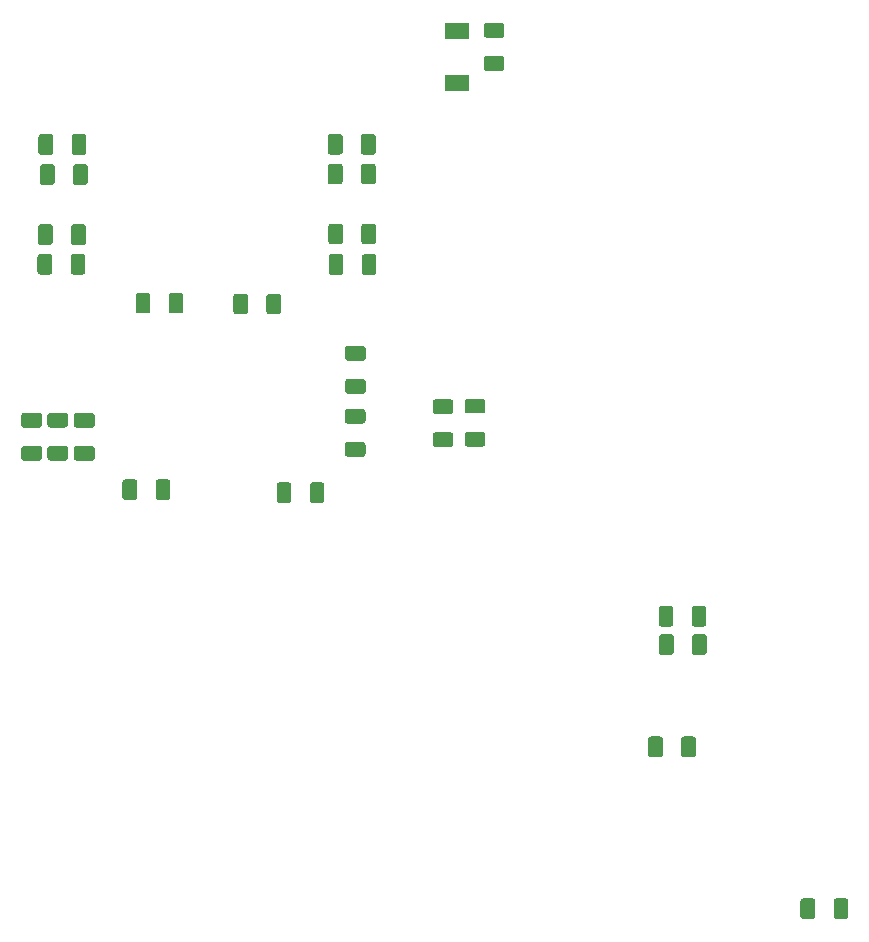
<source format=gbr>
G04 #@! TF.GenerationSoftware,KiCad,Pcbnew,(5.1.5)-3*
G04 #@! TF.CreationDate,2020-09-27T11:43:03-03:00*
G04 #@! TF.ProjectId,HARDino,48415244-696e-46f2-9e6b-696361645f70,rev?*
G04 #@! TF.SameCoordinates,Original*
G04 #@! TF.FileFunction,Paste,Top*
G04 #@! TF.FilePolarity,Positive*
%FSLAX46Y46*%
G04 Gerber Fmt 4.6, Leading zero omitted, Abs format (unit mm)*
G04 Created by KiCad (PCBNEW (5.1.5)-3) date 2020-09-27 11:43:03*
%MOMM*%
%LPD*%
G04 APERTURE LIST*
%ADD10C,0.100000*%
%ADD11R,2.100000X1.400000*%
G04 APERTURE END LIST*
D10*
G36*
X46272984Y-63233884D02*
G01*
X46297253Y-63237484D01*
X46321051Y-63243445D01*
X46344151Y-63251710D01*
X46366329Y-63262200D01*
X46387373Y-63274813D01*
X46407078Y-63289427D01*
X46425257Y-63305903D01*
X46441733Y-63324082D01*
X46456347Y-63343787D01*
X46468960Y-63364831D01*
X46479450Y-63387009D01*
X46487715Y-63410109D01*
X46493676Y-63433907D01*
X46497276Y-63458176D01*
X46498480Y-63482680D01*
X46498480Y-64232680D01*
X46497276Y-64257184D01*
X46493676Y-64281453D01*
X46487715Y-64305251D01*
X46479450Y-64328351D01*
X46468960Y-64350529D01*
X46456347Y-64371573D01*
X46441733Y-64391278D01*
X46425257Y-64409457D01*
X46407078Y-64425933D01*
X46387373Y-64440547D01*
X46366329Y-64453160D01*
X46344151Y-64463650D01*
X46321051Y-64471915D01*
X46297253Y-64477876D01*
X46272984Y-64481476D01*
X46248480Y-64482680D01*
X44998480Y-64482680D01*
X44973976Y-64481476D01*
X44949707Y-64477876D01*
X44925909Y-64471915D01*
X44902809Y-64463650D01*
X44880631Y-64453160D01*
X44859587Y-64440547D01*
X44839882Y-64425933D01*
X44821703Y-64409457D01*
X44805227Y-64391278D01*
X44790613Y-64371573D01*
X44778000Y-64350529D01*
X44767510Y-64328351D01*
X44759245Y-64305251D01*
X44753284Y-64281453D01*
X44749684Y-64257184D01*
X44748480Y-64232680D01*
X44748480Y-63482680D01*
X44749684Y-63458176D01*
X44753284Y-63433907D01*
X44759245Y-63410109D01*
X44767510Y-63387009D01*
X44778000Y-63364831D01*
X44790613Y-63343787D01*
X44805227Y-63324082D01*
X44821703Y-63305903D01*
X44839882Y-63289427D01*
X44859587Y-63274813D01*
X44880631Y-63262200D01*
X44902809Y-63251710D01*
X44925909Y-63243445D01*
X44949707Y-63237484D01*
X44973976Y-63233884D01*
X44998480Y-63232680D01*
X46248480Y-63232680D01*
X46272984Y-63233884D01*
G37*
G36*
X46272984Y-66033884D02*
G01*
X46297253Y-66037484D01*
X46321051Y-66043445D01*
X46344151Y-66051710D01*
X46366329Y-66062200D01*
X46387373Y-66074813D01*
X46407078Y-66089427D01*
X46425257Y-66105903D01*
X46441733Y-66124082D01*
X46456347Y-66143787D01*
X46468960Y-66164831D01*
X46479450Y-66187009D01*
X46487715Y-66210109D01*
X46493676Y-66233907D01*
X46497276Y-66258176D01*
X46498480Y-66282680D01*
X46498480Y-67032680D01*
X46497276Y-67057184D01*
X46493676Y-67081453D01*
X46487715Y-67105251D01*
X46479450Y-67128351D01*
X46468960Y-67150529D01*
X46456347Y-67171573D01*
X46441733Y-67191278D01*
X46425257Y-67209457D01*
X46407078Y-67225933D01*
X46387373Y-67240547D01*
X46366329Y-67253160D01*
X46344151Y-67263650D01*
X46321051Y-67271915D01*
X46297253Y-67277876D01*
X46272984Y-67281476D01*
X46248480Y-67282680D01*
X44998480Y-67282680D01*
X44973976Y-67281476D01*
X44949707Y-67277876D01*
X44925909Y-67271915D01*
X44902809Y-67263650D01*
X44880631Y-67253160D01*
X44859587Y-67240547D01*
X44839882Y-67225933D01*
X44821703Y-67209457D01*
X44805227Y-67191278D01*
X44790613Y-67171573D01*
X44778000Y-67150529D01*
X44767510Y-67128351D01*
X44759245Y-67105251D01*
X44753284Y-67081453D01*
X44749684Y-67057184D01*
X44748480Y-67032680D01*
X44748480Y-66282680D01*
X44749684Y-66258176D01*
X44753284Y-66233907D01*
X44759245Y-66210109D01*
X44767510Y-66187009D01*
X44778000Y-66164831D01*
X44790613Y-66143787D01*
X44805227Y-66124082D01*
X44821703Y-66105903D01*
X44839882Y-66089427D01*
X44859587Y-66074813D01*
X44880631Y-66062200D01*
X44902809Y-66051710D01*
X44925909Y-66043445D01*
X44949707Y-66037484D01*
X44973976Y-66033884D01*
X44998480Y-66032680D01*
X46248480Y-66032680D01*
X46272984Y-66033884D01*
G37*
G36*
X39995104Y-69463884D02*
G01*
X40019373Y-69467484D01*
X40043171Y-69473445D01*
X40066271Y-69481710D01*
X40088449Y-69492200D01*
X40109493Y-69504813D01*
X40129198Y-69519427D01*
X40147377Y-69535903D01*
X40163853Y-69554082D01*
X40178467Y-69573787D01*
X40191080Y-69594831D01*
X40201570Y-69617009D01*
X40209835Y-69640109D01*
X40215796Y-69663907D01*
X40219396Y-69688176D01*
X40220600Y-69712680D01*
X40220600Y-70962680D01*
X40219396Y-70987184D01*
X40215796Y-71011453D01*
X40209835Y-71035251D01*
X40201570Y-71058351D01*
X40191080Y-71080529D01*
X40178467Y-71101573D01*
X40163853Y-71121278D01*
X40147377Y-71139457D01*
X40129198Y-71155933D01*
X40109493Y-71170547D01*
X40088449Y-71183160D01*
X40066271Y-71193650D01*
X40043171Y-71201915D01*
X40019373Y-71207876D01*
X39995104Y-71211476D01*
X39970600Y-71212680D01*
X39220600Y-71212680D01*
X39196096Y-71211476D01*
X39171827Y-71207876D01*
X39148029Y-71201915D01*
X39124929Y-71193650D01*
X39102751Y-71183160D01*
X39081707Y-71170547D01*
X39062002Y-71155933D01*
X39043823Y-71139457D01*
X39027347Y-71121278D01*
X39012733Y-71101573D01*
X39000120Y-71080529D01*
X38989630Y-71058351D01*
X38981365Y-71035251D01*
X38975404Y-71011453D01*
X38971804Y-70987184D01*
X38970600Y-70962680D01*
X38970600Y-69712680D01*
X38971804Y-69688176D01*
X38975404Y-69663907D01*
X38981365Y-69640109D01*
X38989630Y-69617009D01*
X39000120Y-69594831D01*
X39012733Y-69573787D01*
X39027347Y-69554082D01*
X39043823Y-69535903D01*
X39062002Y-69519427D01*
X39081707Y-69504813D01*
X39102751Y-69492200D01*
X39124929Y-69481710D01*
X39148029Y-69473445D01*
X39171827Y-69467484D01*
X39196096Y-69463884D01*
X39220600Y-69462680D01*
X39970600Y-69462680D01*
X39995104Y-69463884D01*
G37*
G36*
X42795104Y-69463884D02*
G01*
X42819373Y-69467484D01*
X42843171Y-69473445D01*
X42866271Y-69481710D01*
X42888449Y-69492200D01*
X42909493Y-69504813D01*
X42929198Y-69519427D01*
X42947377Y-69535903D01*
X42963853Y-69554082D01*
X42978467Y-69573787D01*
X42991080Y-69594831D01*
X43001570Y-69617009D01*
X43009835Y-69640109D01*
X43015796Y-69663907D01*
X43019396Y-69688176D01*
X43020600Y-69712680D01*
X43020600Y-70962680D01*
X43019396Y-70987184D01*
X43015796Y-71011453D01*
X43009835Y-71035251D01*
X43001570Y-71058351D01*
X42991080Y-71080529D01*
X42978467Y-71101573D01*
X42963853Y-71121278D01*
X42947377Y-71139457D01*
X42929198Y-71155933D01*
X42909493Y-71170547D01*
X42888449Y-71183160D01*
X42866271Y-71193650D01*
X42843171Y-71201915D01*
X42819373Y-71207876D01*
X42795104Y-71211476D01*
X42770600Y-71212680D01*
X42020600Y-71212680D01*
X41996096Y-71211476D01*
X41971827Y-71207876D01*
X41948029Y-71201915D01*
X41924929Y-71193650D01*
X41902751Y-71183160D01*
X41881707Y-71170547D01*
X41862002Y-71155933D01*
X41843823Y-71139457D01*
X41827347Y-71121278D01*
X41812733Y-71101573D01*
X41800120Y-71080529D01*
X41789630Y-71058351D01*
X41781365Y-71035251D01*
X41775404Y-71011453D01*
X41771804Y-70987184D01*
X41770600Y-70962680D01*
X41770600Y-69712680D01*
X41771804Y-69688176D01*
X41775404Y-69663907D01*
X41781365Y-69640109D01*
X41789630Y-69617009D01*
X41800120Y-69594831D01*
X41812733Y-69573787D01*
X41827347Y-69554082D01*
X41843823Y-69535903D01*
X41862002Y-69519427D01*
X41881707Y-69504813D01*
X41902751Y-69492200D01*
X41924929Y-69481710D01*
X41948029Y-69473445D01*
X41971827Y-69467484D01*
X41996096Y-69463884D01*
X42020600Y-69462680D01*
X42770600Y-69462680D01*
X42795104Y-69463884D01*
G37*
G36*
X28053264Y-53404764D02*
G01*
X28077533Y-53408364D01*
X28101331Y-53414325D01*
X28124431Y-53422590D01*
X28146609Y-53433080D01*
X28167653Y-53445693D01*
X28187358Y-53460307D01*
X28205537Y-53476783D01*
X28222013Y-53494962D01*
X28236627Y-53514667D01*
X28249240Y-53535711D01*
X28259730Y-53557889D01*
X28267995Y-53580989D01*
X28273956Y-53604787D01*
X28277556Y-53629056D01*
X28278760Y-53653560D01*
X28278760Y-54903560D01*
X28277556Y-54928064D01*
X28273956Y-54952333D01*
X28267995Y-54976131D01*
X28259730Y-54999231D01*
X28249240Y-55021409D01*
X28236627Y-55042453D01*
X28222013Y-55062158D01*
X28205537Y-55080337D01*
X28187358Y-55096813D01*
X28167653Y-55111427D01*
X28146609Y-55124040D01*
X28124431Y-55134530D01*
X28101331Y-55142795D01*
X28077533Y-55148756D01*
X28053264Y-55152356D01*
X28028760Y-55153560D01*
X27278760Y-55153560D01*
X27254256Y-55152356D01*
X27229987Y-55148756D01*
X27206189Y-55142795D01*
X27183089Y-55134530D01*
X27160911Y-55124040D01*
X27139867Y-55111427D01*
X27120162Y-55096813D01*
X27101983Y-55080337D01*
X27085507Y-55062158D01*
X27070893Y-55042453D01*
X27058280Y-55021409D01*
X27047790Y-54999231D01*
X27039525Y-54976131D01*
X27033564Y-54952333D01*
X27029964Y-54928064D01*
X27028760Y-54903560D01*
X27028760Y-53653560D01*
X27029964Y-53629056D01*
X27033564Y-53604787D01*
X27039525Y-53580989D01*
X27047790Y-53557889D01*
X27058280Y-53535711D01*
X27070893Y-53514667D01*
X27085507Y-53494962D01*
X27101983Y-53476783D01*
X27120162Y-53460307D01*
X27139867Y-53445693D01*
X27160911Y-53433080D01*
X27183089Y-53422590D01*
X27206189Y-53414325D01*
X27229987Y-53408364D01*
X27254256Y-53404764D01*
X27278760Y-53403560D01*
X28028760Y-53403560D01*
X28053264Y-53404764D01*
G37*
G36*
X30853264Y-53404764D02*
G01*
X30877533Y-53408364D01*
X30901331Y-53414325D01*
X30924431Y-53422590D01*
X30946609Y-53433080D01*
X30967653Y-53445693D01*
X30987358Y-53460307D01*
X31005537Y-53476783D01*
X31022013Y-53494962D01*
X31036627Y-53514667D01*
X31049240Y-53535711D01*
X31059730Y-53557889D01*
X31067995Y-53580989D01*
X31073956Y-53604787D01*
X31077556Y-53629056D01*
X31078760Y-53653560D01*
X31078760Y-54903560D01*
X31077556Y-54928064D01*
X31073956Y-54952333D01*
X31067995Y-54976131D01*
X31059730Y-54999231D01*
X31049240Y-55021409D01*
X31036627Y-55042453D01*
X31022013Y-55062158D01*
X31005537Y-55080337D01*
X30987358Y-55096813D01*
X30967653Y-55111427D01*
X30946609Y-55124040D01*
X30924431Y-55134530D01*
X30901331Y-55142795D01*
X30877533Y-55148756D01*
X30853264Y-55152356D01*
X30828760Y-55153560D01*
X30078760Y-55153560D01*
X30054256Y-55152356D01*
X30029987Y-55148756D01*
X30006189Y-55142795D01*
X29983089Y-55134530D01*
X29960911Y-55124040D01*
X29939867Y-55111427D01*
X29920162Y-55096813D01*
X29901983Y-55080337D01*
X29885507Y-55062158D01*
X29870893Y-55042453D01*
X29858280Y-55021409D01*
X29847790Y-54999231D01*
X29839525Y-54976131D01*
X29833564Y-54952333D01*
X29829964Y-54928064D01*
X29828760Y-54903560D01*
X29828760Y-53653560D01*
X29829964Y-53629056D01*
X29833564Y-53604787D01*
X29839525Y-53580989D01*
X29847790Y-53557889D01*
X29858280Y-53535711D01*
X29870893Y-53514667D01*
X29885507Y-53494962D01*
X29901983Y-53476783D01*
X29920162Y-53460307D01*
X29939867Y-53445693D01*
X29960911Y-53433080D01*
X29983089Y-53422590D01*
X30006189Y-53414325D01*
X30029987Y-53408364D01*
X30054256Y-53404764D01*
X30078760Y-53403560D01*
X30828760Y-53403560D01*
X30853264Y-53404764D01*
G37*
G36*
X46293304Y-60704964D02*
G01*
X46317573Y-60708564D01*
X46341371Y-60714525D01*
X46364471Y-60722790D01*
X46386649Y-60733280D01*
X46407693Y-60745893D01*
X46427398Y-60760507D01*
X46445577Y-60776983D01*
X46462053Y-60795162D01*
X46476667Y-60814867D01*
X46489280Y-60835911D01*
X46499770Y-60858089D01*
X46508035Y-60881189D01*
X46513996Y-60904987D01*
X46517596Y-60929256D01*
X46518800Y-60953760D01*
X46518800Y-61703760D01*
X46517596Y-61728264D01*
X46513996Y-61752533D01*
X46508035Y-61776331D01*
X46499770Y-61799431D01*
X46489280Y-61821609D01*
X46476667Y-61842653D01*
X46462053Y-61862358D01*
X46445577Y-61880537D01*
X46427398Y-61897013D01*
X46407693Y-61911627D01*
X46386649Y-61924240D01*
X46364471Y-61934730D01*
X46341371Y-61942995D01*
X46317573Y-61948956D01*
X46293304Y-61952556D01*
X46268800Y-61953760D01*
X45018800Y-61953760D01*
X44994296Y-61952556D01*
X44970027Y-61948956D01*
X44946229Y-61942995D01*
X44923129Y-61934730D01*
X44900951Y-61924240D01*
X44879907Y-61911627D01*
X44860202Y-61897013D01*
X44842023Y-61880537D01*
X44825547Y-61862358D01*
X44810933Y-61842653D01*
X44798320Y-61821609D01*
X44787830Y-61799431D01*
X44779565Y-61776331D01*
X44773604Y-61752533D01*
X44770004Y-61728264D01*
X44768800Y-61703760D01*
X44768800Y-60953760D01*
X44770004Y-60929256D01*
X44773604Y-60904987D01*
X44779565Y-60881189D01*
X44787830Y-60858089D01*
X44798320Y-60835911D01*
X44810933Y-60814867D01*
X44825547Y-60795162D01*
X44842023Y-60776983D01*
X44860202Y-60760507D01*
X44879907Y-60745893D01*
X44900951Y-60733280D01*
X44923129Y-60722790D01*
X44946229Y-60714525D01*
X44970027Y-60708564D01*
X44994296Y-60704964D01*
X45018800Y-60703760D01*
X46268800Y-60703760D01*
X46293304Y-60704964D01*
G37*
G36*
X46293304Y-57904964D02*
G01*
X46317573Y-57908564D01*
X46341371Y-57914525D01*
X46364471Y-57922790D01*
X46386649Y-57933280D01*
X46407693Y-57945893D01*
X46427398Y-57960507D01*
X46445577Y-57976983D01*
X46462053Y-57995162D01*
X46476667Y-58014867D01*
X46489280Y-58035911D01*
X46499770Y-58058089D01*
X46508035Y-58081189D01*
X46513996Y-58104987D01*
X46517596Y-58129256D01*
X46518800Y-58153760D01*
X46518800Y-58903760D01*
X46517596Y-58928264D01*
X46513996Y-58952533D01*
X46508035Y-58976331D01*
X46499770Y-58999431D01*
X46489280Y-59021609D01*
X46476667Y-59042653D01*
X46462053Y-59062358D01*
X46445577Y-59080537D01*
X46427398Y-59097013D01*
X46407693Y-59111627D01*
X46386649Y-59124240D01*
X46364471Y-59134730D01*
X46341371Y-59142995D01*
X46317573Y-59148956D01*
X46293304Y-59152556D01*
X46268800Y-59153760D01*
X45018800Y-59153760D01*
X44994296Y-59152556D01*
X44970027Y-59148956D01*
X44946229Y-59142995D01*
X44923129Y-59134730D01*
X44900951Y-59124240D01*
X44879907Y-59111627D01*
X44860202Y-59097013D01*
X44842023Y-59080537D01*
X44825547Y-59062358D01*
X44810933Y-59042653D01*
X44798320Y-59021609D01*
X44787830Y-58999431D01*
X44779565Y-58976331D01*
X44773604Y-58952533D01*
X44770004Y-58928264D01*
X44768800Y-58903760D01*
X44768800Y-58153760D01*
X44770004Y-58129256D01*
X44773604Y-58104987D01*
X44779565Y-58081189D01*
X44787830Y-58058089D01*
X44798320Y-58035911D01*
X44810933Y-58014867D01*
X44825547Y-57995162D01*
X44842023Y-57976983D01*
X44860202Y-57960507D01*
X44879907Y-57945893D01*
X44900951Y-57933280D01*
X44923129Y-57922790D01*
X44946229Y-57914525D01*
X44970027Y-57908564D01*
X44994296Y-57904964D01*
X45018800Y-57903760D01*
X46268800Y-57903760D01*
X46293304Y-57904964D01*
G37*
G36*
X26944584Y-69199724D02*
G01*
X26968853Y-69203324D01*
X26992651Y-69209285D01*
X27015751Y-69217550D01*
X27037929Y-69228040D01*
X27058973Y-69240653D01*
X27078678Y-69255267D01*
X27096857Y-69271743D01*
X27113333Y-69289922D01*
X27127947Y-69309627D01*
X27140560Y-69330671D01*
X27151050Y-69352849D01*
X27159315Y-69375949D01*
X27165276Y-69399747D01*
X27168876Y-69424016D01*
X27170080Y-69448520D01*
X27170080Y-70698520D01*
X27168876Y-70723024D01*
X27165276Y-70747293D01*
X27159315Y-70771091D01*
X27151050Y-70794191D01*
X27140560Y-70816369D01*
X27127947Y-70837413D01*
X27113333Y-70857118D01*
X27096857Y-70875297D01*
X27078678Y-70891773D01*
X27058973Y-70906387D01*
X27037929Y-70919000D01*
X27015751Y-70929490D01*
X26992651Y-70937755D01*
X26968853Y-70943716D01*
X26944584Y-70947316D01*
X26920080Y-70948520D01*
X26170080Y-70948520D01*
X26145576Y-70947316D01*
X26121307Y-70943716D01*
X26097509Y-70937755D01*
X26074409Y-70929490D01*
X26052231Y-70919000D01*
X26031187Y-70906387D01*
X26011482Y-70891773D01*
X25993303Y-70875297D01*
X25976827Y-70857118D01*
X25962213Y-70837413D01*
X25949600Y-70816369D01*
X25939110Y-70794191D01*
X25930845Y-70771091D01*
X25924884Y-70747293D01*
X25921284Y-70723024D01*
X25920080Y-70698520D01*
X25920080Y-69448520D01*
X25921284Y-69424016D01*
X25924884Y-69399747D01*
X25930845Y-69375949D01*
X25939110Y-69352849D01*
X25949600Y-69330671D01*
X25962213Y-69309627D01*
X25976827Y-69289922D01*
X25993303Y-69271743D01*
X26011482Y-69255267D01*
X26031187Y-69240653D01*
X26052231Y-69228040D01*
X26074409Y-69217550D01*
X26097509Y-69209285D01*
X26121307Y-69203324D01*
X26145576Y-69199724D01*
X26170080Y-69198520D01*
X26920080Y-69198520D01*
X26944584Y-69199724D01*
G37*
G36*
X29744584Y-69199724D02*
G01*
X29768853Y-69203324D01*
X29792651Y-69209285D01*
X29815751Y-69217550D01*
X29837929Y-69228040D01*
X29858973Y-69240653D01*
X29878678Y-69255267D01*
X29896857Y-69271743D01*
X29913333Y-69289922D01*
X29927947Y-69309627D01*
X29940560Y-69330671D01*
X29951050Y-69352849D01*
X29959315Y-69375949D01*
X29965276Y-69399747D01*
X29968876Y-69424016D01*
X29970080Y-69448520D01*
X29970080Y-70698520D01*
X29968876Y-70723024D01*
X29965276Y-70747293D01*
X29959315Y-70771091D01*
X29951050Y-70794191D01*
X29940560Y-70816369D01*
X29927947Y-70837413D01*
X29913333Y-70857118D01*
X29896857Y-70875297D01*
X29878678Y-70891773D01*
X29858973Y-70906387D01*
X29837929Y-70919000D01*
X29815751Y-70929490D01*
X29792651Y-70937755D01*
X29768853Y-70943716D01*
X29744584Y-70947316D01*
X29720080Y-70948520D01*
X28970080Y-70948520D01*
X28945576Y-70947316D01*
X28921307Y-70943716D01*
X28897509Y-70937755D01*
X28874409Y-70929490D01*
X28852231Y-70919000D01*
X28831187Y-70906387D01*
X28811482Y-70891773D01*
X28793303Y-70875297D01*
X28776827Y-70857118D01*
X28762213Y-70837413D01*
X28749600Y-70816369D01*
X28739110Y-70794191D01*
X28730845Y-70771091D01*
X28724884Y-70747293D01*
X28721284Y-70723024D01*
X28720080Y-70698520D01*
X28720080Y-69448520D01*
X28721284Y-69424016D01*
X28724884Y-69399747D01*
X28730845Y-69375949D01*
X28739110Y-69352849D01*
X28749600Y-69330671D01*
X28762213Y-69309627D01*
X28776827Y-69289922D01*
X28793303Y-69271743D01*
X28811482Y-69255267D01*
X28831187Y-69240653D01*
X28852231Y-69228040D01*
X28874409Y-69217550D01*
X28897509Y-69209285D01*
X28921307Y-69203324D01*
X28945576Y-69199724D01*
X28970080Y-69198520D01*
X29720080Y-69198520D01*
X29744584Y-69199724D01*
G37*
G36*
X53713944Y-65224924D02*
G01*
X53738213Y-65228524D01*
X53762011Y-65234485D01*
X53785111Y-65242750D01*
X53807289Y-65253240D01*
X53828333Y-65265853D01*
X53848038Y-65280467D01*
X53866217Y-65296943D01*
X53882693Y-65315122D01*
X53897307Y-65334827D01*
X53909920Y-65355871D01*
X53920410Y-65378049D01*
X53928675Y-65401149D01*
X53934636Y-65424947D01*
X53938236Y-65449216D01*
X53939440Y-65473720D01*
X53939440Y-66223720D01*
X53938236Y-66248224D01*
X53934636Y-66272493D01*
X53928675Y-66296291D01*
X53920410Y-66319391D01*
X53909920Y-66341569D01*
X53897307Y-66362613D01*
X53882693Y-66382318D01*
X53866217Y-66400497D01*
X53848038Y-66416973D01*
X53828333Y-66431587D01*
X53807289Y-66444200D01*
X53785111Y-66454690D01*
X53762011Y-66462955D01*
X53738213Y-66468916D01*
X53713944Y-66472516D01*
X53689440Y-66473720D01*
X52439440Y-66473720D01*
X52414936Y-66472516D01*
X52390667Y-66468916D01*
X52366869Y-66462955D01*
X52343769Y-66454690D01*
X52321591Y-66444200D01*
X52300547Y-66431587D01*
X52280842Y-66416973D01*
X52262663Y-66400497D01*
X52246187Y-66382318D01*
X52231573Y-66362613D01*
X52218960Y-66341569D01*
X52208470Y-66319391D01*
X52200205Y-66296291D01*
X52194244Y-66272493D01*
X52190644Y-66248224D01*
X52189440Y-66223720D01*
X52189440Y-65473720D01*
X52190644Y-65449216D01*
X52194244Y-65424947D01*
X52200205Y-65401149D01*
X52208470Y-65378049D01*
X52218960Y-65355871D01*
X52231573Y-65334827D01*
X52246187Y-65315122D01*
X52262663Y-65296943D01*
X52280842Y-65280467D01*
X52300547Y-65265853D01*
X52321591Y-65253240D01*
X52343769Y-65242750D01*
X52366869Y-65234485D01*
X52390667Y-65228524D01*
X52414936Y-65224924D01*
X52439440Y-65223720D01*
X53689440Y-65223720D01*
X53713944Y-65224924D01*
G37*
G36*
X53713944Y-62424924D02*
G01*
X53738213Y-62428524D01*
X53762011Y-62434485D01*
X53785111Y-62442750D01*
X53807289Y-62453240D01*
X53828333Y-62465853D01*
X53848038Y-62480467D01*
X53866217Y-62496943D01*
X53882693Y-62515122D01*
X53897307Y-62534827D01*
X53909920Y-62555871D01*
X53920410Y-62578049D01*
X53928675Y-62601149D01*
X53934636Y-62624947D01*
X53938236Y-62649216D01*
X53939440Y-62673720D01*
X53939440Y-63423720D01*
X53938236Y-63448224D01*
X53934636Y-63472493D01*
X53928675Y-63496291D01*
X53920410Y-63519391D01*
X53909920Y-63541569D01*
X53897307Y-63562613D01*
X53882693Y-63582318D01*
X53866217Y-63600497D01*
X53848038Y-63616973D01*
X53828333Y-63631587D01*
X53807289Y-63644200D01*
X53785111Y-63654690D01*
X53762011Y-63662955D01*
X53738213Y-63668916D01*
X53713944Y-63672516D01*
X53689440Y-63673720D01*
X52439440Y-63673720D01*
X52414936Y-63672516D01*
X52390667Y-63668916D01*
X52366869Y-63662955D01*
X52343769Y-63654690D01*
X52321591Y-63644200D01*
X52300547Y-63631587D01*
X52280842Y-63616973D01*
X52262663Y-63600497D01*
X52246187Y-63582318D01*
X52231573Y-63562613D01*
X52218960Y-63541569D01*
X52208470Y-63519391D01*
X52200205Y-63496291D01*
X52194244Y-63472493D01*
X52190644Y-63448224D01*
X52189440Y-63423720D01*
X52189440Y-62673720D01*
X52190644Y-62649216D01*
X52194244Y-62624947D01*
X52200205Y-62601149D01*
X52208470Y-62578049D01*
X52218960Y-62555871D01*
X52231573Y-62534827D01*
X52246187Y-62515122D01*
X52262663Y-62496943D01*
X52280842Y-62480467D01*
X52300547Y-62465853D01*
X52321591Y-62453240D01*
X52343769Y-62442750D01*
X52366869Y-62434485D01*
X52390667Y-62428524D01*
X52414936Y-62424924D01*
X52439440Y-62423720D01*
X53689440Y-62423720D01*
X53713944Y-62424924D01*
G37*
G36*
X56406344Y-62374124D02*
G01*
X56430613Y-62377724D01*
X56454411Y-62383685D01*
X56477511Y-62391950D01*
X56499689Y-62402440D01*
X56520733Y-62415053D01*
X56540438Y-62429667D01*
X56558617Y-62446143D01*
X56575093Y-62464322D01*
X56589707Y-62484027D01*
X56602320Y-62505071D01*
X56612810Y-62527249D01*
X56621075Y-62550349D01*
X56627036Y-62574147D01*
X56630636Y-62598416D01*
X56631840Y-62622920D01*
X56631840Y-63372920D01*
X56630636Y-63397424D01*
X56627036Y-63421693D01*
X56621075Y-63445491D01*
X56612810Y-63468591D01*
X56602320Y-63490769D01*
X56589707Y-63511813D01*
X56575093Y-63531518D01*
X56558617Y-63549697D01*
X56540438Y-63566173D01*
X56520733Y-63580787D01*
X56499689Y-63593400D01*
X56477511Y-63603890D01*
X56454411Y-63612155D01*
X56430613Y-63618116D01*
X56406344Y-63621716D01*
X56381840Y-63622920D01*
X55131840Y-63622920D01*
X55107336Y-63621716D01*
X55083067Y-63618116D01*
X55059269Y-63612155D01*
X55036169Y-63603890D01*
X55013991Y-63593400D01*
X54992947Y-63580787D01*
X54973242Y-63566173D01*
X54955063Y-63549697D01*
X54938587Y-63531518D01*
X54923973Y-63511813D01*
X54911360Y-63490769D01*
X54900870Y-63468591D01*
X54892605Y-63445491D01*
X54886644Y-63421693D01*
X54883044Y-63397424D01*
X54881840Y-63372920D01*
X54881840Y-62622920D01*
X54883044Y-62598416D01*
X54886644Y-62574147D01*
X54892605Y-62550349D01*
X54900870Y-62527249D01*
X54911360Y-62505071D01*
X54923973Y-62484027D01*
X54938587Y-62464322D01*
X54955063Y-62446143D01*
X54973242Y-62429667D01*
X54992947Y-62415053D01*
X55013991Y-62402440D01*
X55036169Y-62391950D01*
X55059269Y-62383685D01*
X55083067Y-62377724D01*
X55107336Y-62374124D01*
X55131840Y-62372920D01*
X56381840Y-62372920D01*
X56406344Y-62374124D01*
G37*
G36*
X56406344Y-65174124D02*
G01*
X56430613Y-65177724D01*
X56454411Y-65183685D01*
X56477511Y-65191950D01*
X56499689Y-65202440D01*
X56520733Y-65215053D01*
X56540438Y-65229667D01*
X56558617Y-65246143D01*
X56575093Y-65264322D01*
X56589707Y-65284027D01*
X56602320Y-65305071D01*
X56612810Y-65327249D01*
X56621075Y-65350349D01*
X56627036Y-65374147D01*
X56630636Y-65398416D01*
X56631840Y-65422920D01*
X56631840Y-66172920D01*
X56630636Y-66197424D01*
X56627036Y-66221693D01*
X56621075Y-66245491D01*
X56612810Y-66268591D01*
X56602320Y-66290769D01*
X56589707Y-66311813D01*
X56575093Y-66331518D01*
X56558617Y-66349697D01*
X56540438Y-66366173D01*
X56520733Y-66380787D01*
X56499689Y-66393400D01*
X56477511Y-66403890D01*
X56454411Y-66412155D01*
X56430613Y-66418116D01*
X56406344Y-66421716D01*
X56381840Y-66422920D01*
X55131840Y-66422920D01*
X55107336Y-66421716D01*
X55083067Y-66418116D01*
X55059269Y-66412155D01*
X55036169Y-66403890D01*
X55013991Y-66393400D01*
X54992947Y-66380787D01*
X54973242Y-66366173D01*
X54955063Y-66349697D01*
X54938587Y-66331518D01*
X54923973Y-66311813D01*
X54911360Y-66290769D01*
X54900870Y-66268591D01*
X54892605Y-66245491D01*
X54886644Y-66221693D01*
X54883044Y-66197424D01*
X54881840Y-66172920D01*
X54881840Y-65422920D01*
X54883044Y-65398416D01*
X54886644Y-65374147D01*
X54892605Y-65350349D01*
X54900870Y-65327249D01*
X54911360Y-65305071D01*
X54923973Y-65284027D01*
X54938587Y-65264322D01*
X54955063Y-65246143D01*
X54973242Y-65229667D01*
X54992947Y-65215053D01*
X55013991Y-65202440D01*
X55036169Y-65191950D01*
X55059269Y-65183685D01*
X55083067Y-65177724D01*
X55107336Y-65174124D01*
X55131840Y-65172920D01*
X56381840Y-65172920D01*
X56406344Y-65174124D01*
G37*
G36*
X47129584Y-39958004D02*
G01*
X47153853Y-39961604D01*
X47177651Y-39967565D01*
X47200751Y-39975830D01*
X47222929Y-39986320D01*
X47243973Y-39998933D01*
X47263678Y-40013547D01*
X47281857Y-40030023D01*
X47298333Y-40048202D01*
X47312947Y-40067907D01*
X47325560Y-40088951D01*
X47336050Y-40111129D01*
X47344315Y-40134229D01*
X47350276Y-40158027D01*
X47353876Y-40182296D01*
X47355080Y-40206800D01*
X47355080Y-41456800D01*
X47353876Y-41481304D01*
X47350276Y-41505573D01*
X47344315Y-41529371D01*
X47336050Y-41552471D01*
X47325560Y-41574649D01*
X47312947Y-41595693D01*
X47298333Y-41615398D01*
X47281857Y-41633577D01*
X47263678Y-41650053D01*
X47243973Y-41664667D01*
X47222929Y-41677280D01*
X47200751Y-41687770D01*
X47177651Y-41696035D01*
X47153853Y-41701996D01*
X47129584Y-41705596D01*
X47105080Y-41706800D01*
X46355080Y-41706800D01*
X46330576Y-41705596D01*
X46306307Y-41701996D01*
X46282509Y-41696035D01*
X46259409Y-41687770D01*
X46237231Y-41677280D01*
X46216187Y-41664667D01*
X46196482Y-41650053D01*
X46178303Y-41633577D01*
X46161827Y-41615398D01*
X46147213Y-41595693D01*
X46134600Y-41574649D01*
X46124110Y-41552471D01*
X46115845Y-41529371D01*
X46109884Y-41505573D01*
X46106284Y-41481304D01*
X46105080Y-41456800D01*
X46105080Y-40206800D01*
X46106284Y-40182296D01*
X46109884Y-40158027D01*
X46115845Y-40134229D01*
X46124110Y-40111129D01*
X46134600Y-40088951D01*
X46147213Y-40067907D01*
X46161827Y-40048202D01*
X46178303Y-40030023D01*
X46196482Y-40013547D01*
X46216187Y-39998933D01*
X46237231Y-39986320D01*
X46259409Y-39975830D01*
X46282509Y-39967565D01*
X46306307Y-39961604D01*
X46330576Y-39958004D01*
X46355080Y-39956800D01*
X47105080Y-39956800D01*
X47129584Y-39958004D01*
G37*
G36*
X44329584Y-39958004D02*
G01*
X44353853Y-39961604D01*
X44377651Y-39967565D01*
X44400751Y-39975830D01*
X44422929Y-39986320D01*
X44443973Y-39998933D01*
X44463678Y-40013547D01*
X44481857Y-40030023D01*
X44498333Y-40048202D01*
X44512947Y-40067907D01*
X44525560Y-40088951D01*
X44536050Y-40111129D01*
X44544315Y-40134229D01*
X44550276Y-40158027D01*
X44553876Y-40182296D01*
X44555080Y-40206800D01*
X44555080Y-41456800D01*
X44553876Y-41481304D01*
X44550276Y-41505573D01*
X44544315Y-41529371D01*
X44536050Y-41552471D01*
X44525560Y-41574649D01*
X44512947Y-41595693D01*
X44498333Y-41615398D01*
X44481857Y-41633577D01*
X44463678Y-41650053D01*
X44443973Y-41664667D01*
X44422929Y-41677280D01*
X44400751Y-41687770D01*
X44377651Y-41696035D01*
X44353853Y-41701996D01*
X44329584Y-41705596D01*
X44305080Y-41706800D01*
X43555080Y-41706800D01*
X43530576Y-41705596D01*
X43506307Y-41701996D01*
X43482509Y-41696035D01*
X43459409Y-41687770D01*
X43437231Y-41677280D01*
X43416187Y-41664667D01*
X43396482Y-41650053D01*
X43378303Y-41633577D01*
X43361827Y-41615398D01*
X43347213Y-41595693D01*
X43334600Y-41574649D01*
X43324110Y-41552471D01*
X43315845Y-41529371D01*
X43309884Y-41505573D01*
X43306284Y-41481304D01*
X43305080Y-41456800D01*
X43305080Y-40206800D01*
X43306284Y-40182296D01*
X43309884Y-40158027D01*
X43315845Y-40134229D01*
X43324110Y-40111129D01*
X43334600Y-40088951D01*
X43347213Y-40067907D01*
X43361827Y-40048202D01*
X43378303Y-40030023D01*
X43396482Y-40013547D01*
X43416187Y-39998933D01*
X43437231Y-39986320D01*
X43459409Y-39975830D01*
X43482509Y-39967565D01*
X43506307Y-39961604D01*
X43530576Y-39958004D01*
X43555080Y-39956800D01*
X44305080Y-39956800D01*
X44329584Y-39958004D01*
G37*
G36*
X19747464Y-50118004D02*
G01*
X19771733Y-50121604D01*
X19795531Y-50127565D01*
X19818631Y-50135830D01*
X19840809Y-50146320D01*
X19861853Y-50158933D01*
X19881558Y-50173547D01*
X19899737Y-50190023D01*
X19916213Y-50208202D01*
X19930827Y-50227907D01*
X19943440Y-50248951D01*
X19953930Y-50271129D01*
X19962195Y-50294229D01*
X19968156Y-50318027D01*
X19971756Y-50342296D01*
X19972960Y-50366800D01*
X19972960Y-51616800D01*
X19971756Y-51641304D01*
X19968156Y-51665573D01*
X19962195Y-51689371D01*
X19953930Y-51712471D01*
X19943440Y-51734649D01*
X19930827Y-51755693D01*
X19916213Y-51775398D01*
X19899737Y-51793577D01*
X19881558Y-51810053D01*
X19861853Y-51824667D01*
X19840809Y-51837280D01*
X19818631Y-51847770D01*
X19795531Y-51856035D01*
X19771733Y-51861996D01*
X19747464Y-51865596D01*
X19722960Y-51866800D01*
X18972960Y-51866800D01*
X18948456Y-51865596D01*
X18924187Y-51861996D01*
X18900389Y-51856035D01*
X18877289Y-51847770D01*
X18855111Y-51837280D01*
X18834067Y-51824667D01*
X18814362Y-51810053D01*
X18796183Y-51793577D01*
X18779707Y-51775398D01*
X18765093Y-51755693D01*
X18752480Y-51734649D01*
X18741990Y-51712471D01*
X18733725Y-51689371D01*
X18727764Y-51665573D01*
X18724164Y-51641304D01*
X18722960Y-51616800D01*
X18722960Y-50366800D01*
X18724164Y-50342296D01*
X18727764Y-50318027D01*
X18733725Y-50294229D01*
X18741990Y-50271129D01*
X18752480Y-50248951D01*
X18765093Y-50227907D01*
X18779707Y-50208202D01*
X18796183Y-50190023D01*
X18814362Y-50173547D01*
X18834067Y-50158933D01*
X18855111Y-50146320D01*
X18877289Y-50135830D01*
X18900389Y-50127565D01*
X18924187Y-50121604D01*
X18948456Y-50118004D01*
X18972960Y-50116800D01*
X19722960Y-50116800D01*
X19747464Y-50118004D01*
G37*
G36*
X22547464Y-50118004D02*
G01*
X22571733Y-50121604D01*
X22595531Y-50127565D01*
X22618631Y-50135830D01*
X22640809Y-50146320D01*
X22661853Y-50158933D01*
X22681558Y-50173547D01*
X22699737Y-50190023D01*
X22716213Y-50208202D01*
X22730827Y-50227907D01*
X22743440Y-50248951D01*
X22753930Y-50271129D01*
X22762195Y-50294229D01*
X22768156Y-50318027D01*
X22771756Y-50342296D01*
X22772960Y-50366800D01*
X22772960Y-51616800D01*
X22771756Y-51641304D01*
X22768156Y-51665573D01*
X22762195Y-51689371D01*
X22753930Y-51712471D01*
X22743440Y-51734649D01*
X22730827Y-51755693D01*
X22716213Y-51775398D01*
X22699737Y-51793577D01*
X22681558Y-51810053D01*
X22661853Y-51824667D01*
X22640809Y-51837280D01*
X22618631Y-51847770D01*
X22595531Y-51856035D01*
X22571733Y-51861996D01*
X22547464Y-51865596D01*
X22522960Y-51866800D01*
X21772960Y-51866800D01*
X21748456Y-51865596D01*
X21724187Y-51861996D01*
X21700389Y-51856035D01*
X21677289Y-51847770D01*
X21655111Y-51837280D01*
X21634067Y-51824667D01*
X21614362Y-51810053D01*
X21596183Y-51793577D01*
X21579707Y-51775398D01*
X21565093Y-51755693D01*
X21552480Y-51734649D01*
X21541990Y-51712471D01*
X21533725Y-51689371D01*
X21527764Y-51665573D01*
X21524164Y-51641304D01*
X21522960Y-51616800D01*
X21522960Y-50366800D01*
X21524164Y-50342296D01*
X21527764Y-50318027D01*
X21533725Y-50294229D01*
X21541990Y-50271129D01*
X21552480Y-50248951D01*
X21565093Y-50227907D01*
X21579707Y-50208202D01*
X21596183Y-50190023D01*
X21614362Y-50173547D01*
X21634067Y-50158933D01*
X21655111Y-50146320D01*
X21677289Y-50135830D01*
X21700389Y-50127565D01*
X21724187Y-50121604D01*
X21748456Y-50118004D01*
X21772960Y-50116800D01*
X22522960Y-50116800D01*
X22547464Y-50118004D01*
G37*
G36*
X19793184Y-47598324D02*
G01*
X19817453Y-47601924D01*
X19841251Y-47607885D01*
X19864351Y-47616150D01*
X19886529Y-47626640D01*
X19907573Y-47639253D01*
X19927278Y-47653867D01*
X19945457Y-47670343D01*
X19961933Y-47688522D01*
X19976547Y-47708227D01*
X19989160Y-47729271D01*
X19999650Y-47751449D01*
X20007915Y-47774549D01*
X20013876Y-47798347D01*
X20017476Y-47822616D01*
X20018680Y-47847120D01*
X20018680Y-49097120D01*
X20017476Y-49121624D01*
X20013876Y-49145893D01*
X20007915Y-49169691D01*
X19999650Y-49192791D01*
X19989160Y-49214969D01*
X19976547Y-49236013D01*
X19961933Y-49255718D01*
X19945457Y-49273897D01*
X19927278Y-49290373D01*
X19907573Y-49304987D01*
X19886529Y-49317600D01*
X19864351Y-49328090D01*
X19841251Y-49336355D01*
X19817453Y-49342316D01*
X19793184Y-49345916D01*
X19768680Y-49347120D01*
X19018680Y-49347120D01*
X18994176Y-49345916D01*
X18969907Y-49342316D01*
X18946109Y-49336355D01*
X18923009Y-49328090D01*
X18900831Y-49317600D01*
X18879787Y-49304987D01*
X18860082Y-49290373D01*
X18841903Y-49273897D01*
X18825427Y-49255718D01*
X18810813Y-49236013D01*
X18798200Y-49214969D01*
X18787710Y-49192791D01*
X18779445Y-49169691D01*
X18773484Y-49145893D01*
X18769884Y-49121624D01*
X18768680Y-49097120D01*
X18768680Y-47847120D01*
X18769884Y-47822616D01*
X18773484Y-47798347D01*
X18779445Y-47774549D01*
X18787710Y-47751449D01*
X18798200Y-47729271D01*
X18810813Y-47708227D01*
X18825427Y-47688522D01*
X18841903Y-47670343D01*
X18860082Y-47653867D01*
X18879787Y-47639253D01*
X18900831Y-47626640D01*
X18923009Y-47616150D01*
X18946109Y-47607885D01*
X18969907Y-47601924D01*
X18994176Y-47598324D01*
X19018680Y-47597120D01*
X19768680Y-47597120D01*
X19793184Y-47598324D01*
G37*
G36*
X22593184Y-47598324D02*
G01*
X22617453Y-47601924D01*
X22641251Y-47607885D01*
X22664351Y-47616150D01*
X22686529Y-47626640D01*
X22707573Y-47639253D01*
X22727278Y-47653867D01*
X22745457Y-47670343D01*
X22761933Y-47688522D01*
X22776547Y-47708227D01*
X22789160Y-47729271D01*
X22799650Y-47751449D01*
X22807915Y-47774549D01*
X22813876Y-47798347D01*
X22817476Y-47822616D01*
X22818680Y-47847120D01*
X22818680Y-49097120D01*
X22817476Y-49121624D01*
X22813876Y-49145893D01*
X22807915Y-49169691D01*
X22799650Y-49192791D01*
X22789160Y-49214969D01*
X22776547Y-49236013D01*
X22761933Y-49255718D01*
X22745457Y-49273897D01*
X22727278Y-49290373D01*
X22707573Y-49304987D01*
X22686529Y-49317600D01*
X22664351Y-49328090D01*
X22641251Y-49336355D01*
X22617453Y-49342316D01*
X22593184Y-49345916D01*
X22568680Y-49347120D01*
X21818680Y-49347120D01*
X21794176Y-49345916D01*
X21769907Y-49342316D01*
X21746109Y-49336355D01*
X21723009Y-49328090D01*
X21700831Y-49317600D01*
X21679787Y-49304987D01*
X21660082Y-49290373D01*
X21641903Y-49273897D01*
X21625427Y-49255718D01*
X21610813Y-49236013D01*
X21598200Y-49214969D01*
X21587710Y-49192791D01*
X21579445Y-49169691D01*
X21573484Y-49145893D01*
X21569884Y-49121624D01*
X21568680Y-49097120D01*
X21568680Y-47847120D01*
X21569884Y-47822616D01*
X21573484Y-47798347D01*
X21579445Y-47774549D01*
X21587710Y-47751449D01*
X21598200Y-47729271D01*
X21610813Y-47708227D01*
X21625427Y-47688522D01*
X21641903Y-47670343D01*
X21660082Y-47653867D01*
X21679787Y-47639253D01*
X21700831Y-47626640D01*
X21723009Y-47616150D01*
X21746109Y-47607885D01*
X21769907Y-47601924D01*
X21794176Y-47598324D01*
X21818680Y-47597120D01*
X22568680Y-47597120D01*
X22593184Y-47598324D01*
G37*
G36*
X47200704Y-50143404D02*
G01*
X47224973Y-50147004D01*
X47248771Y-50152965D01*
X47271871Y-50161230D01*
X47294049Y-50171720D01*
X47315093Y-50184333D01*
X47334798Y-50198947D01*
X47352977Y-50215423D01*
X47369453Y-50233602D01*
X47384067Y-50253307D01*
X47396680Y-50274351D01*
X47407170Y-50296529D01*
X47415435Y-50319629D01*
X47421396Y-50343427D01*
X47424996Y-50367696D01*
X47426200Y-50392200D01*
X47426200Y-51642200D01*
X47424996Y-51666704D01*
X47421396Y-51690973D01*
X47415435Y-51714771D01*
X47407170Y-51737871D01*
X47396680Y-51760049D01*
X47384067Y-51781093D01*
X47369453Y-51800798D01*
X47352977Y-51818977D01*
X47334798Y-51835453D01*
X47315093Y-51850067D01*
X47294049Y-51862680D01*
X47271871Y-51873170D01*
X47248771Y-51881435D01*
X47224973Y-51887396D01*
X47200704Y-51890996D01*
X47176200Y-51892200D01*
X46426200Y-51892200D01*
X46401696Y-51890996D01*
X46377427Y-51887396D01*
X46353629Y-51881435D01*
X46330529Y-51873170D01*
X46308351Y-51862680D01*
X46287307Y-51850067D01*
X46267602Y-51835453D01*
X46249423Y-51818977D01*
X46232947Y-51800798D01*
X46218333Y-51781093D01*
X46205720Y-51760049D01*
X46195230Y-51737871D01*
X46186965Y-51714771D01*
X46181004Y-51690973D01*
X46177404Y-51666704D01*
X46176200Y-51642200D01*
X46176200Y-50392200D01*
X46177404Y-50367696D01*
X46181004Y-50343427D01*
X46186965Y-50319629D01*
X46195230Y-50296529D01*
X46205720Y-50274351D01*
X46218333Y-50253307D01*
X46232947Y-50233602D01*
X46249423Y-50215423D01*
X46267602Y-50198947D01*
X46287307Y-50184333D01*
X46308351Y-50171720D01*
X46330529Y-50161230D01*
X46353629Y-50152965D01*
X46377427Y-50147004D01*
X46401696Y-50143404D01*
X46426200Y-50142200D01*
X47176200Y-50142200D01*
X47200704Y-50143404D01*
G37*
G36*
X44400704Y-50143404D02*
G01*
X44424973Y-50147004D01*
X44448771Y-50152965D01*
X44471871Y-50161230D01*
X44494049Y-50171720D01*
X44515093Y-50184333D01*
X44534798Y-50198947D01*
X44552977Y-50215423D01*
X44569453Y-50233602D01*
X44584067Y-50253307D01*
X44596680Y-50274351D01*
X44607170Y-50296529D01*
X44615435Y-50319629D01*
X44621396Y-50343427D01*
X44624996Y-50367696D01*
X44626200Y-50392200D01*
X44626200Y-51642200D01*
X44624996Y-51666704D01*
X44621396Y-51690973D01*
X44615435Y-51714771D01*
X44607170Y-51737871D01*
X44596680Y-51760049D01*
X44584067Y-51781093D01*
X44569453Y-51800798D01*
X44552977Y-51818977D01*
X44534798Y-51835453D01*
X44515093Y-51850067D01*
X44494049Y-51862680D01*
X44471871Y-51873170D01*
X44448771Y-51881435D01*
X44424973Y-51887396D01*
X44400704Y-51890996D01*
X44376200Y-51892200D01*
X43626200Y-51892200D01*
X43601696Y-51890996D01*
X43577427Y-51887396D01*
X43553629Y-51881435D01*
X43530529Y-51873170D01*
X43508351Y-51862680D01*
X43487307Y-51850067D01*
X43467602Y-51835453D01*
X43449423Y-51818977D01*
X43432947Y-51800798D01*
X43418333Y-51781093D01*
X43405720Y-51760049D01*
X43395230Y-51737871D01*
X43386965Y-51714771D01*
X43381004Y-51690973D01*
X43377404Y-51666704D01*
X43376200Y-51642200D01*
X43376200Y-50392200D01*
X43377404Y-50367696D01*
X43381004Y-50343427D01*
X43386965Y-50319629D01*
X43395230Y-50296529D01*
X43405720Y-50274351D01*
X43418333Y-50253307D01*
X43432947Y-50233602D01*
X43449423Y-50215423D01*
X43467602Y-50198947D01*
X43487307Y-50184333D01*
X43508351Y-50171720D01*
X43530529Y-50161230D01*
X43553629Y-50152965D01*
X43577427Y-50147004D01*
X43601696Y-50143404D01*
X43626200Y-50142200D01*
X44376200Y-50142200D01*
X44400704Y-50143404D01*
G37*
G36*
X47170224Y-47547524D02*
G01*
X47194493Y-47551124D01*
X47218291Y-47557085D01*
X47241391Y-47565350D01*
X47263569Y-47575840D01*
X47284613Y-47588453D01*
X47304318Y-47603067D01*
X47322497Y-47619543D01*
X47338973Y-47637722D01*
X47353587Y-47657427D01*
X47366200Y-47678471D01*
X47376690Y-47700649D01*
X47384955Y-47723749D01*
X47390916Y-47747547D01*
X47394516Y-47771816D01*
X47395720Y-47796320D01*
X47395720Y-49046320D01*
X47394516Y-49070824D01*
X47390916Y-49095093D01*
X47384955Y-49118891D01*
X47376690Y-49141991D01*
X47366200Y-49164169D01*
X47353587Y-49185213D01*
X47338973Y-49204918D01*
X47322497Y-49223097D01*
X47304318Y-49239573D01*
X47284613Y-49254187D01*
X47263569Y-49266800D01*
X47241391Y-49277290D01*
X47218291Y-49285555D01*
X47194493Y-49291516D01*
X47170224Y-49295116D01*
X47145720Y-49296320D01*
X46395720Y-49296320D01*
X46371216Y-49295116D01*
X46346947Y-49291516D01*
X46323149Y-49285555D01*
X46300049Y-49277290D01*
X46277871Y-49266800D01*
X46256827Y-49254187D01*
X46237122Y-49239573D01*
X46218943Y-49223097D01*
X46202467Y-49204918D01*
X46187853Y-49185213D01*
X46175240Y-49164169D01*
X46164750Y-49141991D01*
X46156485Y-49118891D01*
X46150524Y-49095093D01*
X46146924Y-49070824D01*
X46145720Y-49046320D01*
X46145720Y-47796320D01*
X46146924Y-47771816D01*
X46150524Y-47747547D01*
X46156485Y-47723749D01*
X46164750Y-47700649D01*
X46175240Y-47678471D01*
X46187853Y-47657427D01*
X46202467Y-47637722D01*
X46218943Y-47619543D01*
X46237122Y-47603067D01*
X46256827Y-47588453D01*
X46277871Y-47575840D01*
X46300049Y-47565350D01*
X46323149Y-47557085D01*
X46346947Y-47551124D01*
X46371216Y-47547524D01*
X46395720Y-47546320D01*
X47145720Y-47546320D01*
X47170224Y-47547524D01*
G37*
G36*
X44370224Y-47547524D02*
G01*
X44394493Y-47551124D01*
X44418291Y-47557085D01*
X44441391Y-47565350D01*
X44463569Y-47575840D01*
X44484613Y-47588453D01*
X44504318Y-47603067D01*
X44522497Y-47619543D01*
X44538973Y-47637722D01*
X44553587Y-47657427D01*
X44566200Y-47678471D01*
X44576690Y-47700649D01*
X44584955Y-47723749D01*
X44590916Y-47747547D01*
X44594516Y-47771816D01*
X44595720Y-47796320D01*
X44595720Y-49046320D01*
X44594516Y-49070824D01*
X44590916Y-49095093D01*
X44584955Y-49118891D01*
X44576690Y-49141991D01*
X44566200Y-49164169D01*
X44553587Y-49185213D01*
X44538973Y-49204918D01*
X44522497Y-49223097D01*
X44504318Y-49239573D01*
X44484613Y-49254187D01*
X44463569Y-49266800D01*
X44441391Y-49277290D01*
X44418291Y-49285555D01*
X44394493Y-49291516D01*
X44370224Y-49295116D01*
X44345720Y-49296320D01*
X43595720Y-49296320D01*
X43571216Y-49295116D01*
X43546947Y-49291516D01*
X43523149Y-49285555D01*
X43500049Y-49277290D01*
X43477871Y-49266800D01*
X43456827Y-49254187D01*
X43437122Y-49239573D01*
X43418943Y-49223097D01*
X43402467Y-49204918D01*
X43387853Y-49185213D01*
X43375240Y-49164169D01*
X43364750Y-49141991D01*
X43356485Y-49118891D01*
X43350524Y-49095093D01*
X43346924Y-49070824D01*
X43345720Y-49046320D01*
X43345720Y-47796320D01*
X43346924Y-47771816D01*
X43350524Y-47747547D01*
X43356485Y-47723749D01*
X43364750Y-47700649D01*
X43375240Y-47678471D01*
X43387853Y-47657427D01*
X43402467Y-47637722D01*
X43418943Y-47619543D01*
X43437122Y-47603067D01*
X43456827Y-47588453D01*
X43477871Y-47575840D01*
X43500049Y-47565350D01*
X43523149Y-47557085D01*
X43546947Y-47551124D01*
X43571216Y-47547524D01*
X43595720Y-47546320D01*
X44345720Y-47546320D01*
X44370224Y-47547524D01*
G37*
G36*
X47129584Y-42482764D02*
G01*
X47153853Y-42486364D01*
X47177651Y-42492325D01*
X47200751Y-42500590D01*
X47222929Y-42511080D01*
X47243973Y-42523693D01*
X47263678Y-42538307D01*
X47281857Y-42554783D01*
X47298333Y-42572962D01*
X47312947Y-42592667D01*
X47325560Y-42613711D01*
X47336050Y-42635889D01*
X47344315Y-42658989D01*
X47350276Y-42682787D01*
X47353876Y-42707056D01*
X47355080Y-42731560D01*
X47355080Y-43981560D01*
X47353876Y-44006064D01*
X47350276Y-44030333D01*
X47344315Y-44054131D01*
X47336050Y-44077231D01*
X47325560Y-44099409D01*
X47312947Y-44120453D01*
X47298333Y-44140158D01*
X47281857Y-44158337D01*
X47263678Y-44174813D01*
X47243973Y-44189427D01*
X47222929Y-44202040D01*
X47200751Y-44212530D01*
X47177651Y-44220795D01*
X47153853Y-44226756D01*
X47129584Y-44230356D01*
X47105080Y-44231560D01*
X46355080Y-44231560D01*
X46330576Y-44230356D01*
X46306307Y-44226756D01*
X46282509Y-44220795D01*
X46259409Y-44212530D01*
X46237231Y-44202040D01*
X46216187Y-44189427D01*
X46196482Y-44174813D01*
X46178303Y-44158337D01*
X46161827Y-44140158D01*
X46147213Y-44120453D01*
X46134600Y-44099409D01*
X46124110Y-44077231D01*
X46115845Y-44054131D01*
X46109884Y-44030333D01*
X46106284Y-44006064D01*
X46105080Y-43981560D01*
X46105080Y-42731560D01*
X46106284Y-42707056D01*
X46109884Y-42682787D01*
X46115845Y-42658989D01*
X46124110Y-42635889D01*
X46134600Y-42613711D01*
X46147213Y-42592667D01*
X46161827Y-42572962D01*
X46178303Y-42554783D01*
X46196482Y-42538307D01*
X46216187Y-42523693D01*
X46237231Y-42511080D01*
X46259409Y-42500590D01*
X46282509Y-42492325D01*
X46306307Y-42486364D01*
X46330576Y-42482764D01*
X46355080Y-42481560D01*
X47105080Y-42481560D01*
X47129584Y-42482764D01*
G37*
G36*
X44329584Y-42482764D02*
G01*
X44353853Y-42486364D01*
X44377651Y-42492325D01*
X44400751Y-42500590D01*
X44422929Y-42511080D01*
X44443973Y-42523693D01*
X44463678Y-42538307D01*
X44481857Y-42554783D01*
X44498333Y-42572962D01*
X44512947Y-42592667D01*
X44525560Y-42613711D01*
X44536050Y-42635889D01*
X44544315Y-42658989D01*
X44550276Y-42682787D01*
X44553876Y-42707056D01*
X44555080Y-42731560D01*
X44555080Y-43981560D01*
X44553876Y-44006064D01*
X44550276Y-44030333D01*
X44544315Y-44054131D01*
X44536050Y-44077231D01*
X44525560Y-44099409D01*
X44512947Y-44120453D01*
X44498333Y-44140158D01*
X44481857Y-44158337D01*
X44463678Y-44174813D01*
X44443973Y-44189427D01*
X44422929Y-44202040D01*
X44400751Y-44212530D01*
X44377651Y-44220795D01*
X44353853Y-44226756D01*
X44329584Y-44230356D01*
X44305080Y-44231560D01*
X43555080Y-44231560D01*
X43530576Y-44230356D01*
X43506307Y-44226756D01*
X43482509Y-44220795D01*
X43459409Y-44212530D01*
X43437231Y-44202040D01*
X43416187Y-44189427D01*
X43396482Y-44174813D01*
X43378303Y-44158337D01*
X43361827Y-44140158D01*
X43347213Y-44120453D01*
X43334600Y-44099409D01*
X43324110Y-44077231D01*
X43315845Y-44054131D01*
X43309884Y-44030333D01*
X43306284Y-44006064D01*
X43305080Y-43981560D01*
X43305080Y-42731560D01*
X43306284Y-42707056D01*
X43309884Y-42682787D01*
X43315845Y-42658989D01*
X43324110Y-42635889D01*
X43334600Y-42613711D01*
X43347213Y-42592667D01*
X43361827Y-42572962D01*
X43378303Y-42554783D01*
X43396482Y-42538307D01*
X43416187Y-42523693D01*
X43437231Y-42511080D01*
X43459409Y-42500590D01*
X43482509Y-42492325D01*
X43506307Y-42486364D01*
X43530576Y-42482764D01*
X43555080Y-42481560D01*
X44305080Y-42481560D01*
X44329584Y-42482764D01*
G37*
G36*
X19828744Y-39973244D02*
G01*
X19853013Y-39976844D01*
X19876811Y-39982805D01*
X19899911Y-39991070D01*
X19922089Y-40001560D01*
X19943133Y-40014173D01*
X19962838Y-40028787D01*
X19981017Y-40045263D01*
X19997493Y-40063442D01*
X20012107Y-40083147D01*
X20024720Y-40104191D01*
X20035210Y-40126369D01*
X20043475Y-40149469D01*
X20049436Y-40173267D01*
X20053036Y-40197536D01*
X20054240Y-40222040D01*
X20054240Y-41472040D01*
X20053036Y-41496544D01*
X20049436Y-41520813D01*
X20043475Y-41544611D01*
X20035210Y-41567711D01*
X20024720Y-41589889D01*
X20012107Y-41610933D01*
X19997493Y-41630638D01*
X19981017Y-41648817D01*
X19962838Y-41665293D01*
X19943133Y-41679907D01*
X19922089Y-41692520D01*
X19899911Y-41703010D01*
X19876811Y-41711275D01*
X19853013Y-41717236D01*
X19828744Y-41720836D01*
X19804240Y-41722040D01*
X19054240Y-41722040D01*
X19029736Y-41720836D01*
X19005467Y-41717236D01*
X18981669Y-41711275D01*
X18958569Y-41703010D01*
X18936391Y-41692520D01*
X18915347Y-41679907D01*
X18895642Y-41665293D01*
X18877463Y-41648817D01*
X18860987Y-41630638D01*
X18846373Y-41610933D01*
X18833760Y-41589889D01*
X18823270Y-41567711D01*
X18815005Y-41544611D01*
X18809044Y-41520813D01*
X18805444Y-41496544D01*
X18804240Y-41472040D01*
X18804240Y-40222040D01*
X18805444Y-40197536D01*
X18809044Y-40173267D01*
X18815005Y-40149469D01*
X18823270Y-40126369D01*
X18833760Y-40104191D01*
X18846373Y-40083147D01*
X18860987Y-40063442D01*
X18877463Y-40045263D01*
X18895642Y-40028787D01*
X18915347Y-40014173D01*
X18936391Y-40001560D01*
X18958569Y-39991070D01*
X18981669Y-39982805D01*
X19005467Y-39976844D01*
X19029736Y-39973244D01*
X19054240Y-39972040D01*
X19804240Y-39972040D01*
X19828744Y-39973244D01*
G37*
G36*
X22628744Y-39973244D02*
G01*
X22653013Y-39976844D01*
X22676811Y-39982805D01*
X22699911Y-39991070D01*
X22722089Y-40001560D01*
X22743133Y-40014173D01*
X22762838Y-40028787D01*
X22781017Y-40045263D01*
X22797493Y-40063442D01*
X22812107Y-40083147D01*
X22824720Y-40104191D01*
X22835210Y-40126369D01*
X22843475Y-40149469D01*
X22849436Y-40173267D01*
X22853036Y-40197536D01*
X22854240Y-40222040D01*
X22854240Y-41472040D01*
X22853036Y-41496544D01*
X22849436Y-41520813D01*
X22843475Y-41544611D01*
X22835210Y-41567711D01*
X22824720Y-41589889D01*
X22812107Y-41610933D01*
X22797493Y-41630638D01*
X22781017Y-41648817D01*
X22762838Y-41665293D01*
X22743133Y-41679907D01*
X22722089Y-41692520D01*
X22699911Y-41703010D01*
X22676811Y-41711275D01*
X22653013Y-41717236D01*
X22628744Y-41720836D01*
X22604240Y-41722040D01*
X21854240Y-41722040D01*
X21829736Y-41720836D01*
X21805467Y-41717236D01*
X21781669Y-41711275D01*
X21758569Y-41703010D01*
X21736391Y-41692520D01*
X21715347Y-41679907D01*
X21695642Y-41665293D01*
X21677463Y-41648817D01*
X21660987Y-41630638D01*
X21646373Y-41610933D01*
X21633760Y-41589889D01*
X21623270Y-41567711D01*
X21615005Y-41544611D01*
X21609044Y-41520813D01*
X21605444Y-41496544D01*
X21604240Y-41472040D01*
X21604240Y-40222040D01*
X21605444Y-40197536D01*
X21609044Y-40173267D01*
X21615005Y-40149469D01*
X21623270Y-40126369D01*
X21633760Y-40104191D01*
X21646373Y-40083147D01*
X21660987Y-40063442D01*
X21677463Y-40045263D01*
X21695642Y-40028787D01*
X21715347Y-40014173D01*
X21736391Y-40001560D01*
X21758569Y-39991070D01*
X21781669Y-39982805D01*
X21805467Y-39976844D01*
X21829736Y-39973244D01*
X21854240Y-39972040D01*
X22604240Y-39972040D01*
X22628744Y-39973244D01*
G37*
G36*
X19950664Y-42528484D02*
G01*
X19974933Y-42532084D01*
X19998731Y-42538045D01*
X20021831Y-42546310D01*
X20044009Y-42556800D01*
X20065053Y-42569413D01*
X20084758Y-42584027D01*
X20102937Y-42600503D01*
X20119413Y-42618682D01*
X20134027Y-42638387D01*
X20146640Y-42659431D01*
X20157130Y-42681609D01*
X20165395Y-42704709D01*
X20171356Y-42728507D01*
X20174956Y-42752776D01*
X20176160Y-42777280D01*
X20176160Y-44027280D01*
X20174956Y-44051784D01*
X20171356Y-44076053D01*
X20165395Y-44099851D01*
X20157130Y-44122951D01*
X20146640Y-44145129D01*
X20134027Y-44166173D01*
X20119413Y-44185878D01*
X20102937Y-44204057D01*
X20084758Y-44220533D01*
X20065053Y-44235147D01*
X20044009Y-44247760D01*
X20021831Y-44258250D01*
X19998731Y-44266515D01*
X19974933Y-44272476D01*
X19950664Y-44276076D01*
X19926160Y-44277280D01*
X19176160Y-44277280D01*
X19151656Y-44276076D01*
X19127387Y-44272476D01*
X19103589Y-44266515D01*
X19080489Y-44258250D01*
X19058311Y-44247760D01*
X19037267Y-44235147D01*
X19017562Y-44220533D01*
X18999383Y-44204057D01*
X18982907Y-44185878D01*
X18968293Y-44166173D01*
X18955680Y-44145129D01*
X18945190Y-44122951D01*
X18936925Y-44099851D01*
X18930964Y-44076053D01*
X18927364Y-44051784D01*
X18926160Y-44027280D01*
X18926160Y-42777280D01*
X18927364Y-42752776D01*
X18930964Y-42728507D01*
X18936925Y-42704709D01*
X18945190Y-42681609D01*
X18955680Y-42659431D01*
X18968293Y-42638387D01*
X18982907Y-42618682D01*
X18999383Y-42600503D01*
X19017562Y-42584027D01*
X19037267Y-42569413D01*
X19058311Y-42556800D01*
X19080489Y-42546310D01*
X19103589Y-42538045D01*
X19127387Y-42532084D01*
X19151656Y-42528484D01*
X19176160Y-42527280D01*
X19926160Y-42527280D01*
X19950664Y-42528484D01*
G37*
G36*
X22750664Y-42528484D02*
G01*
X22774933Y-42532084D01*
X22798731Y-42538045D01*
X22821831Y-42546310D01*
X22844009Y-42556800D01*
X22865053Y-42569413D01*
X22884758Y-42584027D01*
X22902937Y-42600503D01*
X22919413Y-42618682D01*
X22934027Y-42638387D01*
X22946640Y-42659431D01*
X22957130Y-42681609D01*
X22965395Y-42704709D01*
X22971356Y-42728507D01*
X22974956Y-42752776D01*
X22976160Y-42777280D01*
X22976160Y-44027280D01*
X22974956Y-44051784D01*
X22971356Y-44076053D01*
X22965395Y-44099851D01*
X22957130Y-44122951D01*
X22946640Y-44145129D01*
X22934027Y-44166173D01*
X22919413Y-44185878D01*
X22902937Y-44204057D01*
X22884758Y-44220533D01*
X22865053Y-44235147D01*
X22844009Y-44247760D01*
X22821831Y-44258250D01*
X22798731Y-44266515D01*
X22774933Y-44272476D01*
X22750664Y-44276076D01*
X22726160Y-44277280D01*
X21976160Y-44277280D01*
X21951656Y-44276076D01*
X21927387Y-44272476D01*
X21903589Y-44266515D01*
X21880489Y-44258250D01*
X21858311Y-44247760D01*
X21837267Y-44235147D01*
X21817562Y-44220533D01*
X21799383Y-44204057D01*
X21782907Y-44185878D01*
X21768293Y-44166173D01*
X21755680Y-44145129D01*
X21745190Y-44122951D01*
X21736925Y-44099851D01*
X21730964Y-44076053D01*
X21727364Y-44051784D01*
X21726160Y-44027280D01*
X21726160Y-42777280D01*
X21727364Y-42752776D01*
X21730964Y-42728507D01*
X21736925Y-42704709D01*
X21745190Y-42681609D01*
X21755680Y-42659431D01*
X21768293Y-42638387D01*
X21782907Y-42618682D01*
X21799383Y-42600503D01*
X21817562Y-42584027D01*
X21837267Y-42569413D01*
X21858311Y-42556800D01*
X21880489Y-42546310D01*
X21903589Y-42538045D01*
X21927387Y-42532084D01*
X21951656Y-42528484D01*
X21976160Y-42527280D01*
X22726160Y-42527280D01*
X22750664Y-42528484D01*
G37*
G36*
X87148584Y-104673364D02*
G01*
X87172853Y-104676964D01*
X87196651Y-104682925D01*
X87219751Y-104691190D01*
X87241929Y-104701680D01*
X87262973Y-104714293D01*
X87282678Y-104728907D01*
X87300857Y-104745383D01*
X87317333Y-104763562D01*
X87331947Y-104783267D01*
X87344560Y-104804311D01*
X87355050Y-104826489D01*
X87363315Y-104849589D01*
X87369276Y-104873387D01*
X87372876Y-104897656D01*
X87374080Y-104922160D01*
X87374080Y-106172160D01*
X87372876Y-106196664D01*
X87369276Y-106220933D01*
X87363315Y-106244731D01*
X87355050Y-106267831D01*
X87344560Y-106290009D01*
X87331947Y-106311053D01*
X87317333Y-106330758D01*
X87300857Y-106348937D01*
X87282678Y-106365413D01*
X87262973Y-106380027D01*
X87241929Y-106392640D01*
X87219751Y-106403130D01*
X87196651Y-106411395D01*
X87172853Y-106417356D01*
X87148584Y-106420956D01*
X87124080Y-106422160D01*
X86374080Y-106422160D01*
X86349576Y-106420956D01*
X86325307Y-106417356D01*
X86301509Y-106411395D01*
X86278409Y-106403130D01*
X86256231Y-106392640D01*
X86235187Y-106380027D01*
X86215482Y-106365413D01*
X86197303Y-106348937D01*
X86180827Y-106330758D01*
X86166213Y-106311053D01*
X86153600Y-106290009D01*
X86143110Y-106267831D01*
X86134845Y-106244731D01*
X86128884Y-106220933D01*
X86125284Y-106196664D01*
X86124080Y-106172160D01*
X86124080Y-104922160D01*
X86125284Y-104897656D01*
X86128884Y-104873387D01*
X86134845Y-104849589D01*
X86143110Y-104826489D01*
X86153600Y-104804311D01*
X86166213Y-104783267D01*
X86180827Y-104763562D01*
X86197303Y-104745383D01*
X86215482Y-104728907D01*
X86235187Y-104714293D01*
X86256231Y-104701680D01*
X86278409Y-104691190D01*
X86301509Y-104682925D01*
X86325307Y-104676964D01*
X86349576Y-104673364D01*
X86374080Y-104672160D01*
X87124080Y-104672160D01*
X87148584Y-104673364D01*
G37*
G36*
X84348584Y-104673364D02*
G01*
X84372853Y-104676964D01*
X84396651Y-104682925D01*
X84419751Y-104691190D01*
X84441929Y-104701680D01*
X84462973Y-104714293D01*
X84482678Y-104728907D01*
X84500857Y-104745383D01*
X84517333Y-104763562D01*
X84531947Y-104783267D01*
X84544560Y-104804311D01*
X84555050Y-104826489D01*
X84563315Y-104849589D01*
X84569276Y-104873387D01*
X84572876Y-104897656D01*
X84574080Y-104922160D01*
X84574080Y-106172160D01*
X84572876Y-106196664D01*
X84569276Y-106220933D01*
X84563315Y-106244731D01*
X84555050Y-106267831D01*
X84544560Y-106290009D01*
X84531947Y-106311053D01*
X84517333Y-106330758D01*
X84500857Y-106348937D01*
X84482678Y-106365413D01*
X84462973Y-106380027D01*
X84441929Y-106392640D01*
X84419751Y-106403130D01*
X84396651Y-106411395D01*
X84372853Y-106417356D01*
X84348584Y-106420956D01*
X84324080Y-106422160D01*
X83574080Y-106422160D01*
X83549576Y-106420956D01*
X83525307Y-106417356D01*
X83501509Y-106411395D01*
X83478409Y-106403130D01*
X83456231Y-106392640D01*
X83435187Y-106380027D01*
X83415482Y-106365413D01*
X83397303Y-106348937D01*
X83380827Y-106330758D01*
X83366213Y-106311053D01*
X83353600Y-106290009D01*
X83343110Y-106267831D01*
X83334845Y-106244731D01*
X83328884Y-106220933D01*
X83325284Y-106196664D01*
X83324080Y-106172160D01*
X83324080Y-104922160D01*
X83325284Y-104897656D01*
X83328884Y-104873387D01*
X83334845Y-104849589D01*
X83343110Y-104826489D01*
X83353600Y-104804311D01*
X83366213Y-104783267D01*
X83380827Y-104763562D01*
X83397303Y-104745383D01*
X83415482Y-104728907D01*
X83435187Y-104714293D01*
X83456231Y-104701680D01*
X83478409Y-104691190D01*
X83501509Y-104682925D01*
X83525307Y-104676964D01*
X83549576Y-104673364D01*
X83574080Y-104672160D01*
X84324080Y-104672160D01*
X84348584Y-104673364D01*
G37*
G36*
X39133664Y-53480964D02*
G01*
X39157933Y-53484564D01*
X39181731Y-53490525D01*
X39204831Y-53498790D01*
X39227009Y-53509280D01*
X39248053Y-53521893D01*
X39267758Y-53536507D01*
X39285937Y-53552983D01*
X39302413Y-53571162D01*
X39317027Y-53590867D01*
X39329640Y-53611911D01*
X39340130Y-53634089D01*
X39348395Y-53657189D01*
X39354356Y-53680987D01*
X39357956Y-53705256D01*
X39359160Y-53729760D01*
X39359160Y-54979760D01*
X39357956Y-55004264D01*
X39354356Y-55028533D01*
X39348395Y-55052331D01*
X39340130Y-55075431D01*
X39329640Y-55097609D01*
X39317027Y-55118653D01*
X39302413Y-55138358D01*
X39285937Y-55156537D01*
X39267758Y-55173013D01*
X39248053Y-55187627D01*
X39227009Y-55200240D01*
X39204831Y-55210730D01*
X39181731Y-55218995D01*
X39157933Y-55224956D01*
X39133664Y-55228556D01*
X39109160Y-55229760D01*
X38359160Y-55229760D01*
X38334656Y-55228556D01*
X38310387Y-55224956D01*
X38286589Y-55218995D01*
X38263489Y-55210730D01*
X38241311Y-55200240D01*
X38220267Y-55187627D01*
X38200562Y-55173013D01*
X38182383Y-55156537D01*
X38165907Y-55138358D01*
X38151293Y-55118653D01*
X38138680Y-55097609D01*
X38128190Y-55075431D01*
X38119925Y-55052331D01*
X38113964Y-55028533D01*
X38110364Y-55004264D01*
X38109160Y-54979760D01*
X38109160Y-53729760D01*
X38110364Y-53705256D01*
X38113964Y-53680987D01*
X38119925Y-53657189D01*
X38128190Y-53634089D01*
X38138680Y-53611911D01*
X38151293Y-53590867D01*
X38165907Y-53571162D01*
X38182383Y-53552983D01*
X38200562Y-53536507D01*
X38220267Y-53521893D01*
X38241311Y-53509280D01*
X38263489Y-53498790D01*
X38286589Y-53490525D01*
X38310387Y-53484564D01*
X38334656Y-53480964D01*
X38359160Y-53479760D01*
X39109160Y-53479760D01*
X39133664Y-53480964D01*
G37*
G36*
X36333664Y-53480964D02*
G01*
X36357933Y-53484564D01*
X36381731Y-53490525D01*
X36404831Y-53498790D01*
X36427009Y-53509280D01*
X36448053Y-53521893D01*
X36467758Y-53536507D01*
X36485937Y-53552983D01*
X36502413Y-53571162D01*
X36517027Y-53590867D01*
X36529640Y-53611911D01*
X36540130Y-53634089D01*
X36548395Y-53657189D01*
X36554356Y-53680987D01*
X36557956Y-53705256D01*
X36559160Y-53729760D01*
X36559160Y-54979760D01*
X36557956Y-55004264D01*
X36554356Y-55028533D01*
X36548395Y-55052331D01*
X36540130Y-55075431D01*
X36529640Y-55097609D01*
X36517027Y-55118653D01*
X36502413Y-55138358D01*
X36485937Y-55156537D01*
X36467758Y-55173013D01*
X36448053Y-55187627D01*
X36427009Y-55200240D01*
X36404831Y-55210730D01*
X36381731Y-55218995D01*
X36357933Y-55224956D01*
X36333664Y-55228556D01*
X36309160Y-55229760D01*
X35559160Y-55229760D01*
X35534656Y-55228556D01*
X35510387Y-55224956D01*
X35486589Y-55218995D01*
X35463489Y-55210730D01*
X35441311Y-55200240D01*
X35420267Y-55187627D01*
X35400562Y-55173013D01*
X35382383Y-55156537D01*
X35365907Y-55138358D01*
X35351293Y-55118653D01*
X35338680Y-55097609D01*
X35328190Y-55075431D01*
X35319925Y-55052331D01*
X35313964Y-55028533D01*
X35310364Y-55004264D01*
X35309160Y-54979760D01*
X35309160Y-53729760D01*
X35310364Y-53705256D01*
X35313964Y-53680987D01*
X35319925Y-53657189D01*
X35328190Y-53634089D01*
X35338680Y-53611911D01*
X35351293Y-53590867D01*
X35365907Y-53571162D01*
X35382383Y-53552983D01*
X35400562Y-53536507D01*
X35420267Y-53521893D01*
X35441311Y-53509280D01*
X35463489Y-53498790D01*
X35486589Y-53490525D01*
X35510387Y-53484564D01*
X35534656Y-53480964D01*
X35559160Y-53479760D01*
X36309160Y-53479760D01*
X36333664Y-53480964D01*
G37*
G36*
X58037024Y-33358084D02*
G01*
X58061293Y-33361684D01*
X58085091Y-33367645D01*
X58108191Y-33375910D01*
X58130369Y-33386400D01*
X58151413Y-33399013D01*
X58171118Y-33413627D01*
X58189297Y-33430103D01*
X58205773Y-33448282D01*
X58220387Y-33467987D01*
X58233000Y-33489031D01*
X58243490Y-33511209D01*
X58251755Y-33534309D01*
X58257716Y-33558107D01*
X58261316Y-33582376D01*
X58262520Y-33606880D01*
X58262520Y-34356880D01*
X58261316Y-34381384D01*
X58257716Y-34405653D01*
X58251755Y-34429451D01*
X58243490Y-34452551D01*
X58233000Y-34474729D01*
X58220387Y-34495773D01*
X58205773Y-34515478D01*
X58189297Y-34533657D01*
X58171118Y-34550133D01*
X58151413Y-34564747D01*
X58130369Y-34577360D01*
X58108191Y-34587850D01*
X58085091Y-34596115D01*
X58061293Y-34602076D01*
X58037024Y-34605676D01*
X58012520Y-34606880D01*
X56762520Y-34606880D01*
X56738016Y-34605676D01*
X56713747Y-34602076D01*
X56689949Y-34596115D01*
X56666849Y-34587850D01*
X56644671Y-34577360D01*
X56623627Y-34564747D01*
X56603922Y-34550133D01*
X56585743Y-34533657D01*
X56569267Y-34515478D01*
X56554653Y-34495773D01*
X56542040Y-34474729D01*
X56531550Y-34452551D01*
X56523285Y-34429451D01*
X56517324Y-34405653D01*
X56513724Y-34381384D01*
X56512520Y-34356880D01*
X56512520Y-33606880D01*
X56513724Y-33582376D01*
X56517324Y-33558107D01*
X56523285Y-33534309D01*
X56531550Y-33511209D01*
X56542040Y-33489031D01*
X56554653Y-33467987D01*
X56569267Y-33448282D01*
X56585743Y-33430103D01*
X56603922Y-33413627D01*
X56623627Y-33399013D01*
X56644671Y-33386400D01*
X56666849Y-33375910D01*
X56689949Y-33367645D01*
X56713747Y-33361684D01*
X56738016Y-33358084D01*
X56762520Y-33356880D01*
X58012520Y-33356880D01*
X58037024Y-33358084D01*
G37*
G36*
X58037024Y-30558084D02*
G01*
X58061293Y-30561684D01*
X58085091Y-30567645D01*
X58108191Y-30575910D01*
X58130369Y-30586400D01*
X58151413Y-30599013D01*
X58171118Y-30613627D01*
X58189297Y-30630103D01*
X58205773Y-30648282D01*
X58220387Y-30667987D01*
X58233000Y-30689031D01*
X58243490Y-30711209D01*
X58251755Y-30734309D01*
X58257716Y-30758107D01*
X58261316Y-30782376D01*
X58262520Y-30806880D01*
X58262520Y-31556880D01*
X58261316Y-31581384D01*
X58257716Y-31605653D01*
X58251755Y-31629451D01*
X58243490Y-31652551D01*
X58233000Y-31674729D01*
X58220387Y-31695773D01*
X58205773Y-31715478D01*
X58189297Y-31733657D01*
X58171118Y-31750133D01*
X58151413Y-31764747D01*
X58130369Y-31777360D01*
X58108191Y-31787850D01*
X58085091Y-31796115D01*
X58061293Y-31802076D01*
X58037024Y-31805676D01*
X58012520Y-31806880D01*
X56762520Y-31806880D01*
X56738016Y-31805676D01*
X56713747Y-31802076D01*
X56689949Y-31796115D01*
X56666849Y-31787850D01*
X56644671Y-31777360D01*
X56623627Y-31764747D01*
X56603922Y-31750133D01*
X56585743Y-31733657D01*
X56569267Y-31715478D01*
X56554653Y-31695773D01*
X56542040Y-31674729D01*
X56531550Y-31652551D01*
X56523285Y-31629451D01*
X56517324Y-31605653D01*
X56513724Y-31581384D01*
X56512520Y-31556880D01*
X56512520Y-30806880D01*
X56513724Y-30782376D01*
X56517324Y-30758107D01*
X56523285Y-30734309D01*
X56531550Y-30711209D01*
X56542040Y-30689031D01*
X56554653Y-30667987D01*
X56569267Y-30648282D01*
X56585743Y-30630103D01*
X56603922Y-30613627D01*
X56623627Y-30599013D01*
X56644671Y-30586400D01*
X56666849Y-30575910D01*
X56689949Y-30567645D01*
X56713747Y-30561684D01*
X56738016Y-30558084D01*
X56762520Y-30556880D01*
X58012520Y-30556880D01*
X58037024Y-30558084D01*
G37*
G36*
X74245384Y-90972604D02*
G01*
X74269653Y-90976204D01*
X74293451Y-90982165D01*
X74316551Y-90990430D01*
X74338729Y-91000920D01*
X74359773Y-91013533D01*
X74379478Y-91028147D01*
X74397657Y-91044623D01*
X74414133Y-91062802D01*
X74428747Y-91082507D01*
X74441360Y-91103551D01*
X74451850Y-91125729D01*
X74460115Y-91148829D01*
X74466076Y-91172627D01*
X74469676Y-91196896D01*
X74470880Y-91221400D01*
X74470880Y-92471400D01*
X74469676Y-92495904D01*
X74466076Y-92520173D01*
X74460115Y-92543971D01*
X74451850Y-92567071D01*
X74441360Y-92589249D01*
X74428747Y-92610293D01*
X74414133Y-92629998D01*
X74397657Y-92648177D01*
X74379478Y-92664653D01*
X74359773Y-92679267D01*
X74338729Y-92691880D01*
X74316551Y-92702370D01*
X74293451Y-92710635D01*
X74269653Y-92716596D01*
X74245384Y-92720196D01*
X74220880Y-92721400D01*
X73470880Y-92721400D01*
X73446376Y-92720196D01*
X73422107Y-92716596D01*
X73398309Y-92710635D01*
X73375209Y-92702370D01*
X73353031Y-92691880D01*
X73331987Y-92679267D01*
X73312282Y-92664653D01*
X73294103Y-92648177D01*
X73277627Y-92629998D01*
X73263013Y-92610293D01*
X73250400Y-92589249D01*
X73239910Y-92567071D01*
X73231645Y-92543971D01*
X73225684Y-92520173D01*
X73222084Y-92495904D01*
X73220880Y-92471400D01*
X73220880Y-91221400D01*
X73222084Y-91196896D01*
X73225684Y-91172627D01*
X73231645Y-91148829D01*
X73239910Y-91125729D01*
X73250400Y-91103551D01*
X73263013Y-91082507D01*
X73277627Y-91062802D01*
X73294103Y-91044623D01*
X73312282Y-91028147D01*
X73331987Y-91013533D01*
X73353031Y-91000920D01*
X73375209Y-90990430D01*
X73398309Y-90982165D01*
X73422107Y-90976204D01*
X73446376Y-90972604D01*
X73470880Y-90971400D01*
X74220880Y-90971400D01*
X74245384Y-90972604D01*
G37*
G36*
X71445384Y-90972604D02*
G01*
X71469653Y-90976204D01*
X71493451Y-90982165D01*
X71516551Y-90990430D01*
X71538729Y-91000920D01*
X71559773Y-91013533D01*
X71579478Y-91028147D01*
X71597657Y-91044623D01*
X71614133Y-91062802D01*
X71628747Y-91082507D01*
X71641360Y-91103551D01*
X71651850Y-91125729D01*
X71660115Y-91148829D01*
X71666076Y-91172627D01*
X71669676Y-91196896D01*
X71670880Y-91221400D01*
X71670880Y-92471400D01*
X71669676Y-92495904D01*
X71666076Y-92520173D01*
X71660115Y-92543971D01*
X71651850Y-92567071D01*
X71641360Y-92589249D01*
X71628747Y-92610293D01*
X71614133Y-92629998D01*
X71597657Y-92648177D01*
X71579478Y-92664653D01*
X71559773Y-92679267D01*
X71538729Y-92691880D01*
X71516551Y-92702370D01*
X71493451Y-92710635D01*
X71469653Y-92716596D01*
X71445384Y-92720196D01*
X71420880Y-92721400D01*
X70670880Y-92721400D01*
X70646376Y-92720196D01*
X70622107Y-92716596D01*
X70598309Y-92710635D01*
X70575209Y-92702370D01*
X70553031Y-92691880D01*
X70531987Y-92679267D01*
X70512282Y-92664653D01*
X70494103Y-92648177D01*
X70477627Y-92629998D01*
X70463013Y-92610293D01*
X70450400Y-92589249D01*
X70439910Y-92567071D01*
X70431645Y-92543971D01*
X70425684Y-92520173D01*
X70422084Y-92495904D01*
X70420880Y-92471400D01*
X70420880Y-91221400D01*
X70422084Y-91196896D01*
X70425684Y-91172627D01*
X70431645Y-91148829D01*
X70439910Y-91125729D01*
X70450400Y-91103551D01*
X70463013Y-91082507D01*
X70477627Y-91062802D01*
X70494103Y-91044623D01*
X70512282Y-91028147D01*
X70531987Y-91013533D01*
X70553031Y-91000920D01*
X70575209Y-90990430D01*
X70598309Y-90982165D01*
X70622107Y-90976204D01*
X70646376Y-90972604D01*
X70670880Y-90971400D01*
X71420880Y-90971400D01*
X71445384Y-90972604D01*
G37*
G36*
X18877784Y-66367924D02*
G01*
X18902053Y-66371524D01*
X18925851Y-66377485D01*
X18948951Y-66385750D01*
X18971129Y-66396240D01*
X18992173Y-66408853D01*
X19011878Y-66423467D01*
X19030057Y-66439943D01*
X19046533Y-66458122D01*
X19061147Y-66477827D01*
X19073760Y-66498871D01*
X19084250Y-66521049D01*
X19092515Y-66544149D01*
X19098476Y-66567947D01*
X19102076Y-66592216D01*
X19103280Y-66616720D01*
X19103280Y-67366720D01*
X19102076Y-67391224D01*
X19098476Y-67415493D01*
X19092515Y-67439291D01*
X19084250Y-67462391D01*
X19073760Y-67484569D01*
X19061147Y-67505613D01*
X19046533Y-67525318D01*
X19030057Y-67543497D01*
X19011878Y-67559973D01*
X18992173Y-67574587D01*
X18971129Y-67587200D01*
X18948951Y-67597690D01*
X18925851Y-67605955D01*
X18902053Y-67611916D01*
X18877784Y-67615516D01*
X18853280Y-67616720D01*
X17603280Y-67616720D01*
X17578776Y-67615516D01*
X17554507Y-67611916D01*
X17530709Y-67605955D01*
X17507609Y-67597690D01*
X17485431Y-67587200D01*
X17464387Y-67574587D01*
X17444682Y-67559973D01*
X17426503Y-67543497D01*
X17410027Y-67525318D01*
X17395413Y-67505613D01*
X17382800Y-67484569D01*
X17372310Y-67462391D01*
X17364045Y-67439291D01*
X17358084Y-67415493D01*
X17354484Y-67391224D01*
X17353280Y-67366720D01*
X17353280Y-66616720D01*
X17354484Y-66592216D01*
X17358084Y-66567947D01*
X17364045Y-66544149D01*
X17372310Y-66521049D01*
X17382800Y-66498871D01*
X17395413Y-66477827D01*
X17410027Y-66458122D01*
X17426503Y-66439943D01*
X17444682Y-66423467D01*
X17464387Y-66408853D01*
X17485431Y-66396240D01*
X17507609Y-66385750D01*
X17530709Y-66377485D01*
X17554507Y-66371524D01*
X17578776Y-66367924D01*
X17603280Y-66366720D01*
X18853280Y-66366720D01*
X18877784Y-66367924D01*
G37*
G36*
X18877784Y-63567924D02*
G01*
X18902053Y-63571524D01*
X18925851Y-63577485D01*
X18948951Y-63585750D01*
X18971129Y-63596240D01*
X18992173Y-63608853D01*
X19011878Y-63623467D01*
X19030057Y-63639943D01*
X19046533Y-63658122D01*
X19061147Y-63677827D01*
X19073760Y-63698871D01*
X19084250Y-63721049D01*
X19092515Y-63744149D01*
X19098476Y-63767947D01*
X19102076Y-63792216D01*
X19103280Y-63816720D01*
X19103280Y-64566720D01*
X19102076Y-64591224D01*
X19098476Y-64615493D01*
X19092515Y-64639291D01*
X19084250Y-64662391D01*
X19073760Y-64684569D01*
X19061147Y-64705613D01*
X19046533Y-64725318D01*
X19030057Y-64743497D01*
X19011878Y-64759973D01*
X18992173Y-64774587D01*
X18971129Y-64787200D01*
X18948951Y-64797690D01*
X18925851Y-64805955D01*
X18902053Y-64811916D01*
X18877784Y-64815516D01*
X18853280Y-64816720D01*
X17603280Y-64816720D01*
X17578776Y-64815516D01*
X17554507Y-64811916D01*
X17530709Y-64805955D01*
X17507609Y-64797690D01*
X17485431Y-64787200D01*
X17464387Y-64774587D01*
X17444682Y-64759973D01*
X17426503Y-64743497D01*
X17410027Y-64725318D01*
X17395413Y-64705613D01*
X17382800Y-64684569D01*
X17372310Y-64662391D01*
X17364045Y-64639291D01*
X17358084Y-64615493D01*
X17354484Y-64591224D01*
X17353280Y-64566720D01*
X17353280Y-63816720D01*
X17354484Y-63792216D01*
X17358084Y-63767947D01*
X17364045Y-63744149D01*
X17372310Y-63721049D01*
X17382800Y-63698871D01*
X17395413Y-63677827D01*
X17410027Y-63658122D01*
X17426503Y-63639943D01*
X17444682Y-63623467D01*
X17464387Y-63608853D01*
X17485431Y-63596240D01*
X17507609Y-63585750D01*
X17530709Y-63577485D01*
X17554507Y-63571524D01*
X17578776Y-63567924D01*
X17603280Y-63566720D01*
X18853280Y-63566720D01*
X18877784Y-63567924D01*
G37*
G36*
X21092664Y-66362844D02*
G01*
X21116933Y-66366444D01*
X21140731Y-66372405D01*
X21163831Y-66380670D01*
X21186009Y-66391160D01*
X21207053Y-66403773D01*
X21226758Y-66418387D01*
X21244937Y-66434863D01*
X21261413Y-66453042D01*
X21276027Y-66472747D01*
X21288640Y-66493791D01*
X21299130Y-66515969D01*
X21307395Y-66539069D01*
X21313356Y-66562867D01*
X21316956Y-66587136D01*
X21318160Y-66611640D01*
X21318160Y-67361640D01*
X21316956Y-67386144D01*
X21313356Y-67410413D01*
X21307395Y-67434211D01*
X21299130Y-67457311D01*
X21288640Y-67479489D01*
X21276027Y-67500533D01*
X21261413Y-67520238D01*
X21244937Y-67538417D01*
X21226758Y-67554893D01*
X21207053Y-67569507D01*
X21186009Y-67582120D01*
X21163831Y-67592610D01*
X21140731Y-67600875D01*
X21116933Y-67606836D01*
X21092664Y-67610436D01*
X21068160Y-67611640D01*
X19818160Y-67611640D01*
X19793656Y-67610436D01*
X19769387Y-67606836D01*
X19745589Y-67600875D01*
X19722489Y-67592610D01*
X19700311Y-67582120D01*
X19679267Y-67569507D01*
X19659562Y-67554893D01*
X19641383Y-67538417D01*
X19624907Y-67520238D01*
X19610293Y-67500533D01*
X19597680Y-67479489D01*
X19587190Y-67457311D01*
X19578925Y-67434211D01*
X19572964Y-67410413D01*
X19569364Y-67386144D01*
X19568160Y-67361640D01*
X19568160Y-66611640D01*
X19569364Y-66587136D01*
X19572964Y-66562867D01*
X19578925Y-66539069D01*
X19587190Y-66515969D01*
X19597680Y-66493791D01*
X19610293Y-66472747D01*
X19624907Y-66453042D01*
X19641383Y-66434863D01*
X19659562Y-66418387D01*
X19679267Y-66403773D01*
X19700311Y-66391160D01*
X19722489Y-66380670D01*
X19745589Y-66372405D01*
X19769387Y-66366444D01*
X19793656Y-66362844D01*
X19818160Y-66361640D01*
X21068160Y-66361640D01*
X21092664Y-66362844D01*
G37*
G36*
X21092664Y-63562844D02*
G01*
X21116933Y-63566444D01*
X21140731Y-63572405D01*
X21163831Y-63580670D01*
X21186009Y-63591160D01*
X21207053Y-63603773D01*
X21226758Y-63618387D01*
X21244937Y-63634863D01*
X21261413Y-63653042D01*
X21276027Y-63672747D01*
X21288640Y-63693791D01*
X21299130Y-63715969D01*
X21307395Y-63739069D01*
X21313356Y-63762867D01*
X21316956Y-63787136D01*
X21318160Y-63811640D01*
X21318160Y-64561640D01*
X21316956Y-64586144D01*
X21313356Y-64610413D01*
X21307395Y-64634211D01*
X21299130Y-64657311D01*
X21288640Y-64679489D01*
X21276027Y-64700533D01*
X21261413Y-64720238D01*
X21244937Y-64738417D01*
X21226758Y-64754893D01*
X21207053Y-64769507D01*
X21186009Y-64782120D01*
X21163831Y-64792610D01*
X21140731Y-64800875D01*
X21116933Y-64806836D01*
X21092664Y-64810436D01*
X21068160Y-64811640D01*
X19818160Y-64811640D01*
X19793656Y-64810436D01*
X19769387Y-64806836D01*
X19745589Y-64800875D01*
X19722489Y-64792610D01*
X19700311Y-64782120D01*
X19679267Y-64769507D01*
X19659562Y-64754893D01*
X19641383Y-64738417D01*
X19624907Y-64720238D01*
X19610293Y-64700533D01*
X19597680Y-64679489D01*
X19587190Y-64657311D01*
X19578925Y-64634211D01*
X19572964Y-64610413D01*
X19569364Y-64586144D01*
X19568160Y-64561640D01*
X19568160Y-63811640D01*
X19569364Y-63787136D01*
X19572964Y-63762867D01*
X19578925Y-63739069D01*
X19587190Y-63715969D01*
X19597680Y-63693791D01*
X19610293Y-63672747D01*
X19624907Y-63653042D01*
X19641383Y-63634863D01*
X19659562Y-63618387D01*
X19679267Y-63603773D01*
X19700311Y-63591160D01*
X19722489Y-63580670D01*
X19745589Y-63572405D01*
X19769387Y-63566444D01*
X19793656Y-63562844D01*
X19818160Y-63561640D01*
X21068160Y-63561640D01*
X21092664Y-63562844D01*
G37*
G36*
X23338024Y-66373004D02*
G01*
X23362293Y-66376604D01*
X23386091Y-66382565D01*
X23409191Y-66390830D01*
X23431369Y-66401320D01*
X23452413Y-66413933D01*
X23472118Y-66428547D01*
X23490297Y-66445023D01*
X23506773Y-66463202D01*
X23521387Y-66482907D01*
X23534000Y-66503951D01*
X23544490Y-66526129D01*
X23552755Y-66549229D01*
X23558716Y-66573027D01*
X23562316Y-66597296D01*
X23563520Y-66621800D01*
X23563520Y-67371800D01*
X23562316Y-67396304D01*
X23558716Y-67420573D01*
X23552755Y-67444371D01*
X23544490Y-67467471D01*
X23534000Y-67489649D01*
X23521387Y-67510693D01*
X23506773Y-67530398D01*
X23490297Y-67548577D01*
X23472118Y-67565053D01*
X23452413Y-67579667D01*
X23431369Y-67592280D01*
X23409191Y-67602770D01*
X23386091Y-67611035D01*
X23362293Y-67616996D01*
X23338024Y-67620596D01*
X23313520Y-67621800D01*
X22063520Y-67621800D01*
X22039016Y-67620596D01*
X22014747Y-67616996D01*
X21990949Y-67611035D01*
X21967849Y-67602770D01*
X21945671Y-67592280D01*
X21924627Y-67579667D01*
X21904922Y-67565053D01*
X21886743Y-67548577D01*
X21870267Y-67530398D01*
X21855653Y-67510693D01*
X21843040Y-67489649D01*
X21832550Y-67467471D01*
X21824285Y-67444371D01*
X21818324Y-67420573D01*
X21814724Y-67396304D01*
X21813520Y-67371800D01*
X21813520Y-66621800D01*
X21814724Y-66597296D01*
X21818324Y-66573027D01*
X21824285Y-66549229D01*
X21832550Y-66526129D01*
X21843040Y-66503951D01*
X21855653Y-66482907D01*
X21870267Y-66463202D01*
X21886743Y-66445023D01*
X21904922Y-66428547D01*
X21924627Y-66413933D01*
X21945671Y-66401320D01*
X21967849Y-66390830D01*
X21990949Y-66382565D01*
X22014747Y-66376604D01*
X22039016Y-66373004D01*
X22063520Y-66371800D01*
X23313520Y-66371800D01*
X23338024Y-66373004D01*
G37*
G36*
X23338024Y-63573004D02*
G01*
X23362293Y-63576604D01*
X23386091Y-63582565D01*
X23409191Y-63590830D01*
X23431369Y-63601320D01*
X23452413Y-63613933D01*
X23472118Y-63628547D01*
X23490297Y-63645023D01*
X23506773Y-63663202D01*
X23521387Y-63682907D01*
X23534000Y-63703951D01*
X23544490Y-63726129D01*
X23552755Y-63749229D01*
X23558716Y-63773027D01*
X23562316Y-63797296D01*
X23563520Y-63821800D01*
X23563520Y-64571800D01*
X23562316Y-64596304D01*
X23558716Y-64620573D01*
X23552755Y-64644371D01*
X23544490Y-64667471D01*
X23534000Y-64689649D01*
X23521387Y-64710693D01*
X23506773Y-64730398D01*
X23490297Y-64748577D01*
X23472118Y-64765053D01*
X23452413Y-64779667D01*
X23431369Y-64792280D01*
X23409191Y-64802770D01*
X23386091Y-64811035D01*
X23362293Y-64816996D01*
X23338024Y-64820596D01*
X23313520Y-64821800D01*
X22063520Y-64821800D01*
X22039016Y-64820596D01*
X22014747Y-64816996D01*
X21990949Y-64811035D01*
X21967849Y-64802770D01*
X21945671Y-64792280D01*
X21924627Y-64779667D01*
X21904922Y-64765053D01*
X21886743Y-64748577D01*
X21870267Y-64730398D01*
X21855653Y-64710693D01*
X21843040Y-64689649D01*
X21832550Y-64667471D01*
X21824285Y-64644371D01*
X21818324Y-64620573D01*
X21814724Y-64596304D01*
X21813520Y-64571800D01*
X21813520Y-63821800D01*
X21814724Y-63797296D01*
X21818324Y-63773027D01*
X21824285Y-63749229D01*
X21832550Y-63726129D01*
X21843040Y-63703951D01*
X21855653Y-63682907D01*
X21870267Y-63663202D01*
X21886743Y-63645023D01*
X21904922Y-63628547D01*
X21924627Y-63613933D01*
X21945671Y-63601320D01*
X21967849Y-63590830D01*
X21990949Y-63582565D01*
X22014747Y-63576604D01*
X22039016Y-63573004D01*
X22063520Y-63571800D01*
X23313520Y-63571800D01*
X23338024Y-63573004D01*
G37*
G36*
X75135624Y-79919764D02*
G01*
X75159893Y-79923364D01*
X75183691Y-79929325D01*
X75206791Y-79937590D01*
X75228969Y-79948080D01*
X75250013Y-79960693D01*
X75269718Y-79975307D01*
X75287897Y-79991783D01*
X75304373Y-80009962D01*
X75318987Y-80029667D01*
X75331600Y-80050711D01*
X75342090Y-80072889D01*
X75350355Y-80095989D01*
X75356316Y-80119787D01*
X75359916Y-80144056D01*
X75361120Y-80168560D01*
X75361120Y-81418560D01*
X75359916Y-81443064D01*
X75356316Y-81467333D01*
X75350355Y-81491131D01*
X75342090Y-81514231D01*
X75331600Y-81536409D01*
X75318987Y-81557453D01*
X75304373Y-81577158D01*
X75287897Y-81595337D01*
X75269718Y-81611813D01*
X75250013Y-81626427D01*
X75228969Y-81639040D01*
X75206791Y-81649530D01*
X75183691Y-81657795D01*
X75159893Y-81663756D01*
X75135624Y-81667356D01*
X75111120Y-81668560D01*
X74361120Y-81668560D01*
X74336616Y-81667356D01*
X74312347Y-81663756D01*
X74288549Y-81657795D01*
X74265449Y-81649530D01*
X74243271Y-81639040D01*
X74222227Y-81626427D01*
X74202522Y-81611813D01*
X74184343Y-81595337D01*
X74167867Y-81577158D01*
X74153253Y-81557453D01*
X74140640Y-81536409D01*
X74130150Y-81514231D01*
X74121885Y-81491131D01*
X74115924Y-81467333D01*
X74112324Y-81443064D01*
X74111120Y-81418560D01*
X74111120Y-80168560D01*
X74112324Y-80144056D01*
X74115924Y-80119787D01*
X74121885Y-80095989D01*
X74130150Y-80072889D01*
X74140640Y-80050711D01*
X74153253Y-80029667D01*
X74167867Y-80009962D01*
X74184343Y-79991783D01*
X74202522Y-79975307D01*
X74222227Y-79960693D01*
X74243271Y-79948080D01*
X74265449Y-79937590D01*
X74288549Y-79929325D01*
X74312347Y-79923364D01*
X74336616Y-79919764D01*
X74361120Y-79918560D01*
X75111120Y-79918560D01*
X75135624Y-79919764D01*
G37*
G36*
X72335624Y-79919764D02*
G01*
X72359893Y-79923364D01*
X72383691Y-79929325D01*
X72406791Y-79937590D01*
X72428969Y-79948080D01*
X72450013Y-79960693D01*
X72469718Y-79975307D01*
X72487897Y-79991783D01*
X72504373Y-80009962D01*
X72518987Y-80029667D01*
X72531600Y-80050711D01*
X72542090Y-80072889D01*
X72550355Y-80095989D01*
X72556316Y-80119787D01*
X72559916Y-80144056D01*
X72561120Y-80168560D01*
X72561120Y-81418560D01*
X72559916Y-81443064D01*
X72556316Y-81467333D01*
X72550355Y-81491131D01*
X72542090Y-81514231D01*
X72531600Y-81536409D01*
X72518987Y-81557453D01*
X72504373Y-81577158D01*
X72487897Y-81595337D01*
X72469718Y-81611813D01*
X72450013Y-81626427D01*
X72428969Y-81639040D01*
X72406791Y-81649530D01*
X72383691Y-81657795D01*
X72359893Y-81663756D01*
X72335624Y-81667356D01*
X72311120Y-81668560D01*
X71561120Y-81668560D01*
X71536616Y-81667356D01*
X71512347Y-81663756D01*
X71488549Y-81657795D01*
X71465449Y-81649530D01*
X71443271Y-81639040D01*
X71422227Y-81626427D01*
X71402522Y-81611813D01*
X71384343Y-81595337D01*
X71367867Y-81577158D01*
X71353253Y-81557453D01*
X71340640Y-81536409D01*
X71330150Y-81514231D01*
X71321885Y-81491131D01*
X71315924Y-81467333D01*
X71312324Y-81443064D01*
X71311120Y-81418560D01*
X71311120Y-80168560D01*
X71312324Y-80144056D01*
X71315924Y-80119787D01*
X71321885Y-80095989D01*
X71330150Y-80072889D01*
X71340640Y-80050711D01*
X71353253Y-80029667D01*
X71367867Y-80009962D01*
X71384343Y-79991783D01*
X71402522Y-79975307D01*
X71422227Y-79960693D01*
X71443271Y-79948080D01*
X71465449Y-79937590D01*
X71488549Y-79929325D01*
X71512347Y-79923364D01*
X71536616Y-79919764D01*
X71561120Y-79918560D01*
X72311120Y-79918560D01*
X72335624Y-79919764D01*
G37*
G36*
X75166104Y-82312444D02*
G01*
X75190373Y-82316044D01*
X75214171Y-82322005D01*
X75237271Y-82330270D01*
X75259449Y-82340760D01*
X75280493Y-82353373D01*
X75300198Y-82367987D01*
X75318377Y-82384463D01*
X75334853Y-82402642D01*
X75349467Y-82422347D01*
X75362080Y-82443391D01*
X75372570Y-82465569D01*
X75380835Y-82488669D01*
X75386796Y-82512467D01*
X75390396Y-82536736D01*
X75391600Y-82561240D01*
X75391600Y-83811240D01*
X75390396Y-83835744D01*
X75386796Y-83860013D01*
X75380835Y-83883811D01*
X75372570Y-83906911D01*
X75362080Y-83929089D01*
X75349467Y-83950133D01*
X75334853Y-83969838D01*
X75318377Y-83988017D01*
X75300198Y-84004493D01*
X75280493Y-84019107D01*
X75259449Y-84031720D01*
X75237271Y-84042210D01*
X75214171Y-84050475D01*
X75190373Y-84056436D01*
X75166104Y-84060036D01*
X75141600Y-84061240D01*
X74391600Y-84061240D01*
X74367096Y-84060036D01*
X74342827Y-84056436D01*
X74319029Y-84050475D01*
X74295929Y-84042210D01*
X74273751Y-84031720D01*
X74252707Y-84019107D01*
X74233002Y-84004493D01*
X74214823Y-83988017D01*
X74198347Y-83969838D01*
X74183733Y-83950133D01*
X74171120Y-83929089D01*
X74160630Y-83906911D01*
X74152365Y-83883811D01*
X74146404Y-83860013D01*
X74142804Y-83835744D01*
X74141600Y-83811240D01*
X74141600Y-82561240D01*
X74142804Y-82536736D01*
X74146404Y-82512467D01*
X74152365Y-82488669D01*
X74160630Y-82465569D01*
X74171120Y-82443391D01*
X74183733Y-82422347D01*
X74198347Y-82402642D01*
X74214823Y-82384463D01*
X74233002Y-82367987D01*
X74252707Y-82353373D01*
X74273751Y-82340760D01*
X74295929Y-82330270D01*
X74319029Y-82322005D01*
X74342827Y-82316044D01*
X74367096Y-82312444D01*
X74391600Y-82311240D01*
X75141600Y-82311240D01*
X75166104Y-82312444D01*
G37*
G36*
X72366104Y-82312444D02*
G01*
X72390373Y-82316044D01*
X72414171Y-82322005D01*
X72437271Y-82330270D01*
X72459449Y-82340760D01*
X72480493Y-82353373D01*
X72500198Y-82367987D01*
X72518377Y-82384463D01*
X72534853Y-82402642D01*
X72549467Y-82422347D01*
X72562080Y-82443391D01*
X72572570Y-82465569D01*
X72580835Y-82488669D01*
X72586796Y-82512467D01*
X72590396Y-82536736D01*
X72591600Y-82561240D01*
X72591600Y-83811240D01*
X72590396Y-83835744D01*
X72586796Y-83860013D01*
X72580835Y-83883811D01*
X72572570Y-83906911D01*
X72562080Y-83929089D01*
X72549467Y-83950133D01*
X72534853Y-83969838D01*
X72518377Y-83988017D01*
X72500198Y-84004493D01*
X72480493Y-84019107D01*
X72459449Y-84031720D01*
X72437271Y-84042210D01*
X72414171Y-84050475D01*
X72390373Y-84056436D01*
X72366104Y-84060036D01*
X72341600Y-84061240D01*
X71591600Y-84061240D01*
X71567096Y-84060036D01*
X71542827Y-84056436D01*
X71519029Y-84050475D01*
X71495929Y-84042210D01*
X71473751Y-84031720D01*
X71452707Y-84019107D01*
X71433002Y-84004493D01*
X71414823Y-83988017D01*
X71398347Y-83969838D01*
X71383733Y-83950133D01*
X71371120Y-83929089D01*
X71360630Y-83906911D01*
X71352365Y-83883811D01*
X71346404Y-83860013D01*
X71342804Y-83835744D01*
X71341600Y-83811240D01*
X71341600Y-82561240D01*
X71342804Y-82536736D01*
X71346404Y-82512467D01*
X71352365Y-82488669D01*
X71360630Y-82465569D01*
X71371120Y-82443391D01*
X71383733Y-82422347D01*
X71398347Y-82402642D01*
X71414823Y-82384463D01*
X71433002Y-82367987D01*
X71452707Y-82353373D01*
X71473751Y-82340760D01*
X71495929Y-82330270D01*
X71519029Y-82322005D01*
X71542827Y-82316044D01*
X71567096Y-82312444D01*
X71591600Y-82311240D01*
X72341600Y-82311240D01*
X72366104Y-82312444D01*
G37*
D11*
X54278560Y-31260720D03*
X54278560Y-35660720D03*
M02*

</source>
